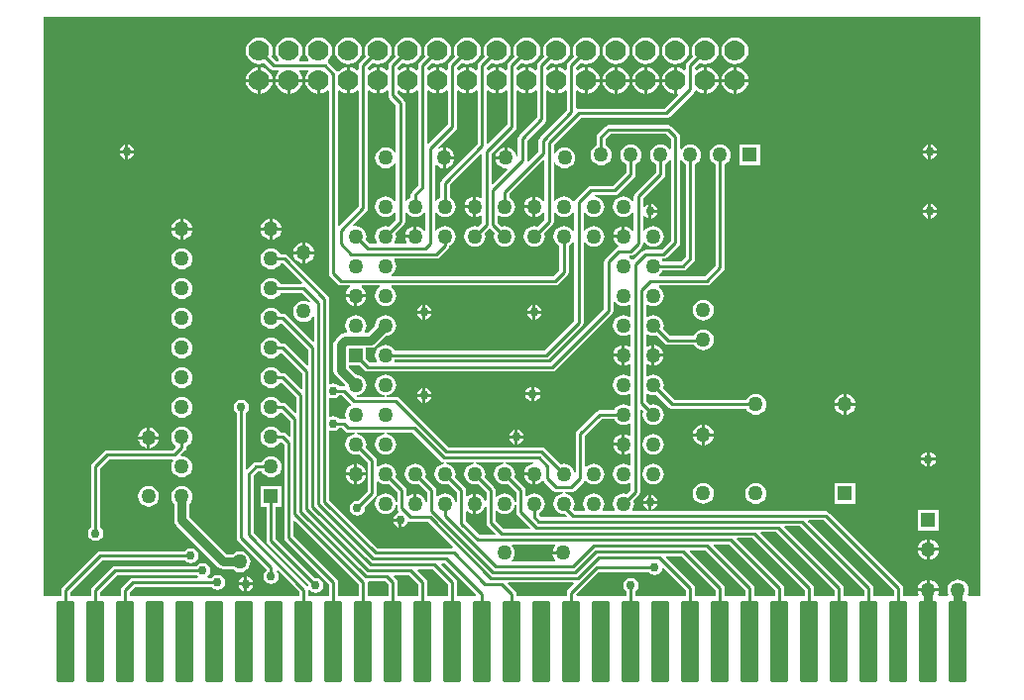
<source format=gtl>
G04 Layer_Physical_Order=1*
G04 Layer_Color=25308*
%FSLAX25Y25*%
%MOIN*%
G70*
G01*
G75*
G04:AMPARAMS|DCode=10|XSize=60mil|YSize=275mil|CornerRadius=6mil|HoleSize=0mil|Usage=FLASHONLY|Rotation=0.000|XOffset=0mil|YOffset=0mil|HoleType=Round|Shape=RoundedRectangle|*
%AMROUNDEDRECTD10*
21,1,0.06000,0.26300,0,0,0.0*
21,1,0.04800,0.27500,0,0,0.0*
1,1,0.01200,0.02400,-0.13150*
1,1,0.01200,-0.02400,-0.13150*
1,1,0.01200,-0.02400,0.13150*
1,1,0.01200,0.02400,0.13150*
%
%ADD10ROUNDEDRECTD10*%
%ADD11C,0.01000*%
%ADD12C,0.03000*%
%ADD13C,0.07000*%
%ADD14C,0.05000*%
%ADD15R,0.05000X0.05000*%
%ADD16R,0.05000X0.05000*%
%ADD17C,0.03000*%
G36*
X306047Y174971D02*
X305586Y174910D01*
X304735Y174557D01*
X304004Y173996D01*
X303443Y173265D01*
X303090Y172414D01*
X303036Y172000D01*
X306500D01*
Y171500D01*
X307000D01*
Y168036D01*
X307414Y168090D01*
X308265Y168443D01*
X308996Y169004D01*
X309156Y169212D01*
X309752Y169168D01*
X309919Y168919D01*
X312919Y165919D01*
X313415Y165587D01*
X314000Y165471D01*
X316015D01*
X316047Y164971D01*
X315586Y164910D01*
X314735Y164557D01*
X314004Y163996D01*
X313443Y163265D01*
X313090Y162414D01*
X312970Y161500D01*
X313090Y160586D01*
X313443Y159735D01*
X314004Y159004D01*
X314735Y158443D01*
X315586Y158090D01*
X316500Y157970D01*
X316825Y158012D01*
X317346Y157491D01*
X317154Y157029D01*
X308633D01*
X308029Y157633D01*
Y158345D01*
X308265Y158443D01*
X308996Y159004D01*
X309557Y159735D01*
X309910Y160586D01*
X310030Y161500D01*
X309910Y162414D01*
X309557Y163265D01*
X308996Y163996D01*
X308265Y164557D01*
X307414Y164910D01*
X306500Y165030D01*
X305586Y164910D01*
X304735Y164557D01*
X304029Y164016D01*
X303858Y164044D01*
X303529Y164156D01*
Y166000D01*
X303432Y166488D01*
X303413Y166585D01*
X303081Y167081D01*
X299812Y170351D01*
X299910Y170586D01*
X300030Y171500D01*
X299910Y172414D01*
X299557Y173265D01*
X298996Y173996D01*
X298265Y174557D01*
X297414Y174910D01*
X296953Y174971D01*
X296985Y175471D01*
X306015D01*
X306047Y174971D01*
D02*
G37*
G36*
X300471Y161015D02*
Y158672D01*
X300587Y158086D01*
X300919Y157590D01*
X305017Y153491D01*
X304826Y153029D01*
X296133D01*
X293429Y155734D01*
Y158931D01*
X293929Y159101D01*
X294004Y159004D01*
X294735Y158443D01*
X295586Y158090D01*
X296500Y157970D01*
X297414Y158090D01*
X298265Y158443D01*
X298996Y159004D01*
X299557Y159735D01*
X299910Y160586D01*
X299971Y161047D01*
X300471Y161015D01*
D02*
G37*
G36*
X242919Y185919D02*
X243415Y185587D01*
X244000Y185471D01*
X246015D01*
X246047Y184971D01*
X245586Y184910D01*
X244735Y184557D01*
X244004Y183996D01*
X243443Y183265D01*
X243090Y182414D01*
X242970Y181500D01*
X243090Y180586D01*
X243443Y179735D01*
X244004Y179004D01*
X244735Y178443D01*
X245586Y178090D01*
X246500Y177970D01*
X247414Y178090D01*
X247649Y178188D01*
X250471Y175366D01*
Y171985D01*
X250469Y171985D01*
Y171015D01*
X250471Y171015D01*
Y165633D01*
X247322Y162485D01*
X247000Y162549D01*
X246024Y162355D01*
X245198Y161802D01*
X244645Y160976D01*
X244451Y160000D01*
X244645Y159025D01*
X245198Y158198D01*
X246024Y157645D01*
X247000Y157451D01*
X247975Y157645D01*
X248802Y158198D01*
X249355Y159025D01*
X249549Y160000D01*
X249485Y160322D01*
X253081Y163919D01*
X253413Y164415D01*
X253529Y165000D01*
Y168844D01*
X253858Y168956D01*
X254029Y168984D01*
X254735Y168443D01*
X255586Y168090D01*
X256500Y167970D01*
X257414Y168090D01*
X257649Y168188D01*
X260471Y165366D01*
Y161985D01*
X259971Y161953D01*
X259910Y162414D01*
X259557Y163265D01*
X258996Y163996D01*
X258265Y164557D01*
X257414Y164910D01*
X256500Y165030D01*
X255586Y164910D01*
X254735Y164557D01*
X254004Y163996D01*
X253443Y163265D01*
X253090Y162414D01*
X252970Y161500D01*
X253090Y160586D01*
X253443Y159735D01*
X254004Y159004D01*
X254735Y158443D01*
X255586Y158090D01*
X256500Y157970D01*
X257414Y158090D01*
X258265Y158443D01*
X258996Y159004D01*
X259557Y159735D01*
X259910Y160586D01*
X259971Y161047D01*
X260471Y161015D01*
Y160000D01*
X260587Y159415D01*
X260919Y158919D01*
X260948Y158889D01*
X260803Y158410D01*
X260525Y158355D01*
X259698Y157802D01*
X259145Y156975D01*
X259050Y156500D01*
X261500D01*
Y156000D01*
X262000D01*
Y153551D01*
X262475Y153645D01*
X263302Y154198D01*
X263855Y155025D01*
X263932Y155410D01*
X264291Y155559D01*
X264474Y155575D01*
X265000Y155471D01*
X270710D01*
X279151Y147029D01*
X278944Y146529D01*
X253776D01*
X237529Y162776D01*
Y185946D01*
X237970Y186181D01*
X238024Y186145D01*
X239000Y185951D01*
X239976Y186145D01*
X240802Y186698D01*
X240985Y186971D01*
X241866D01*
X242919Y185919D01*
D02*
G37*
G36*
X334004Y229004D02*
X334735Y228443D01*
X335586Y228090D01*
X336500Y227970D01*
X337414Y228090D01*
X338265Y228443D01*
X338522Y228640D01*
X338971Y228419D01*
Y224581D01*
X338522Y224360D01*
X338265Y224557D01*
X337414Y224910D01*
X336500Y225030D01*
X335586Y224910D01*
X334735Y224557D01*
X334004Y223996D01*
X333443Y223265D01*
X333090Y222414D01*
X332970Y221500D01*
X333090Y220586D01*
X333443Y219735D01*
X334004Y219004D01*
X334735Y218443D01*
X335586Y218090D01*
X336500Y217970D01*
X337414Y218090D01*
X338265Y218443D01*
X338522Y218640D01*
X338971Y218419D01*
Y214581D01*
X338522Y214360D01*
X338265Y214557D01*
X337414Y214910D01*
X337000Y214964D01*
Y211500D01*
Y208036D01*
X337414Y208090D01*
X338265Y208443D01*
X338522Y208640D01*
X338971Y208419D01*
Y204581D01*
X338522Y204360D01*
X338265Y204557D01*
X337414Y204910D01*
X336500Y205030D01*
X335586Y204910D01*
X334735Y204557D01*
X334004Y203996D01*
X333443Y203265D01*
X333090Y202414D01*
X332970Y201500D01*
X333090Y200586D01*
X333443Y199735D01*
X334004Y199004D01*
X334735Y198443D01*
X335586Y198090D01*
X336500Y197970D01*
X337414Y198090D01*
X338265Y198443D01*
X338522Y198640D01*
X338971Y198419D01*
Y194581D01*
X338522Y194360D01*
X338265Y194557D01*
X337414Y194910D01*
X336500Y195030D01*
X335586Y194910D01*
X334735Y194557D01*
X334004Y193996D01*
X333443Y193265D01*
X333345Y193029D01*
X328500D01*
X327915Y192913D01*
X327419Y192581D01*
X320919Y186081D01*
X320587Y185585D01*
X320471Y185000D01*
Y171985D01*
X319971Y171953D01*
X319910Y172414D01*
X319557Y173265D01*
X318996Y173996D01*
X318265Y174557D01*
X317414Y174910D01*
X316500Y175030D01*
X315586Y174910D01*
X315351Y174812D01*
X310081Y180081D01*
X309585Y180413D01*
X309000Y180529D01*
X277634D01*
X261081Y197081D01*
X260585Y197413D01*
X260000Y197529D01*
X256985D01*
X256953Y198029D01*
X257414Y198090D01*
X258265Y198443D01*
X258996Y199004D01*
X259557Y199735D01*
X259910Y200586D01*
X260030Y201500D01*
X259910Y202414D01*
X259557Y203265D01*
X258996Y203996D01*
X258265Y204557D01*
X257414Y204910D01*
X256500Y205030D01*
X255586Y204910D01*
X254735Y204557D01*
X254004Y203996D01*
X253443Y203265D01*
X253090Y202414D01*
X252970Y201500D01*
X253090Y200586D01*
X253443Y199735D01*
X254004Y199004D01*
X254735Y198443D01*
X255586Y198090D01*
X256047Y198029D01*
X256015Y197529D01*
X246985D01*
X246953Y198029D01*
X247414Y198090D01*
X248265Y198443D01*
X248996Y199004D01*
X249557Y199735D01*
X249910Y200586D01*
X250030Y201500D01*
X249910Y202414D01*
X249557Y203265D01*
X248996Y203996D01*
X248265Y204557D01*
X247414Y204910D01*
X246586Y205019D01*
X244105Y207500D01*
X244184Y208000D01*
X247837D01*
X249419Y206419D01*
X249915Y206087D01*
X250012Y206068D01*
X250500Y205971D01*
X312500D01*
X313085Y206087D01*
X313581Y206419D01*
X332581Y225419D01*
X332913Y225915D01*
X333029Y226500D01*
Y229493D01*
X333529Y229622D01*
X334004Y229004D01*
D02*
G37*
G36*
X244738Y195099D02*
X244736Y194790D01*
X244689Y194552D01*
X244653Y194494D01*
X244004Y193996D01*
X243443Y193265D01*
X243090Y192414D01*
X242970Y191500D01*
X243090Y190586D01*
X243164Y190407D01*
X242805Y189969D01*
X242500Y190029D01*
X240985D01*
X240802Y190302D01*
X239976Y190855D01*
X239000Y191049D01*
X238024Y190855D01*
X237970Y190819D01*
X237529Y191054D01*
Y196946D01*
X237970Y197181D01*
X238024Y197145D01*
X239000Y196951D01*
X239976Y197145D01*
X240802Y197698D01*
X240985Y197971D01*
X241866D01*
X244738Y195099D01*
D02*
G37*
G36*
X357471Y132367D02*
Y130500D01*
X340529D01*
Y132015D01*
X340802Y132198D01*
X341355Y133025D01*
X341549Y134000D01*
X341355Y134976D01*
X340802Y135802D01*
X339976Y136355D01*
X339000Y136549D01*
X338024Y136355D01*
X337198Y135802D01*
X336645Y134976D01*
X336451Y134000D01*
X336645Y133025D01*
X337198Y132198D01*
X337471Y132015D01*
Y130500D01*
X320816D01*
X320648Y131000D01*
X328119Y138471D01*
X345015D01*
X345198Y138198D01*
X346024Y137645D01*
X347000Y137451D01*
X347975Y137645D01*
X348802Y138198D01*
X349355Y139024D01*
X349480Y139650D01*
X350022Y139815D01*
X357471Y132367D01*
D02*
G37*
G36*
X313546Y147421D02*
X313043Y146765D01*
X312690Y145914D01*
X312636Y145500D01*
X316100D01*
Y144500D01*
X312636D01*
X312690Y144086D01*
X313043Y143235D01*
X313584Y142529D01*
X313556Y142358D01*
X313444Y142029D01*
X299071D01*
X298959Y142358D01*
X298931Y142529D01*
X299472Y143235D01*
X299825Y144086D01*
X299945Y145000D01*
X299825Y145914D01*
X299472Y146765D01*
X298969Y147421D01*
X299100Y147921D01*
X313415D01*
X313546Y147421D01*
D02*
G37*
G36*
X296047Y174971D02*
X295586Y174910D01*
X294735Y174557D01*
X294004Y173996D01*
X293443Y173265D01*
X293090Y172414D01*
X292970Y171500D01*
X293090Y170586D01*
X293443Y169735D01*
X294004Y169004D01*
X294735Y168443D01*
X295586Y168090D01*
X296500Y167970D01*
X297414Y168090D01*
X297649Y168188D01*
X300471Y165366D01*
Y161985D01*
X299971Y161953D01*
X299910Y162414D01*
X299557Y163265D01*
X298996Y163996D01*
X298265Y164557D01*
X297414Y164910D01*
X296500Y165030D01*
X295586Y164910D01*
X294735Y164557D01*
X294004Y163996D01*
X293929Y163899D01*
X293429Y164069D01*
Y166100D01*
X293313Y166685D01*
X292981Y167181D01*
X289812Y170351D01*
X289910Y170586D01*
X290030Y171500D01*
X289910Y172414D01*
X289557Y173265D01*
X288996Y173996D01*
X288265Y174557D01*
X287414Y174910D01*
X286953Y174971D01*
X286985Y175471D01*
X296015D01*
X296047Y174971D01*
D02*
G37*
G36*
X264004Y259004D02*
X264735Y258443D01*
X265586Y258090D01*
X266500Y257970D01*
X267414Y258090D01*
X268265Y258443D01*
X268996Y259004D01*
X269471Y259622D01*
X269971Y259493D01*
Y253507D01*
X269471Y253378D01*
X268996Y253996D01*
X268265Y254557D01*
X267414Y254910D01*
X267000Y254964D01*
Y251500D01*
X266500D01*
Y251000D01*
X263036D01*
X263090Y250586D01*
X263443Y249735D01*
X263640Y249478D01*
X263419Y249029D01*
X259581D01*
X259360Y249478D01*
X259557Y249735D01*
X259910Y250586D01*
X260030Y251500D01*
X259910Y252414D01*
X259812Y252649D01*
X262581Y255419D01*
X262913Y255915D01*
X263029Y256500D01*
Y259493D01*
X263529Y259622D01*
X264004Y259004D01*
D02*
G37*
G36*
X352471Y276993D02*
Y250133D01*
X349366Y247029D01*
X344000D01*
X343415Y246913D01*
X342919Y246581D01*
X339933Y243596D01*
X339270Y243640D01*
X338996Y243996D01*
X338378Y244471D01*
X338507Y244971D01*
X339000D01*
X339585Y245087D01*
X340081Y245419D01*
X342581Y247919D01*
X342913Y248415D01*
X342932Y248512D01*
X343029Y249000D01*
Y249493D01*
X343529Y249622D01*
X344004Y249004D01*
X344735Y248443D01*
X345586Y248090D01*
X346500Y247970D01*
X347414Y248090D01*
X348265Y248443D01*
X348996Y249004D01*
X349557Y249735D01*
X349910Y250586D01*
X350030Y251500D01*
X349910Y252414D01*
X349557Y253265D01*
X348996Y253996D01*
X348265Y254557D01*
X347414Y254910D01*
X346500Y255030D01*
X345586Y254910D01*
X344735Y254557D01*
X344004Y253996D01*
X343529Y253378D01*
X343029Y253507D01*
Y258298D01*
X343529Y258449D01*
X343698Y258198D01*
X344525Y257645D01*
X345000Y257551D01*
Y260000D01*
Y262450D01*
X344525Y262355D01*
X343698Y261802D01*
X343529Y261551D01*
X343029Y261702D01*
Y264367D01*
X350081Y271419D01*
X350413Y271915D01*
X350529Y272500D01*
Y275845D01*
X350765Y275943D01*
X351496Y276504D01*
X351971Y277122D01*
X352471Y276993D01*
D02*
G37*
G36*
X275090Y175919D02*
X275586Y175587D01*
X276172Y175471D01*
X276142Y174983D01*
X275586Y174910D01*
X274735Y174557D01*
X274004Y173996D01*
X273443Y173265D01*
X273090Y172414D01*
X272970Y171500D01*
X273090Y170586D01*
X273443Y169735D01*
X274004Y169004D01*
X274735Y168443D01*
X275586Y168090D01*
X276500Y167970D01*
X277414Y168090D01*
X277649Y168188D01*
X280471Y165366D01*
Y161985D01*
X279971Y161953D01*
X279910Y162414D01*
X279557Y163265D01*
X278996Y163996D01*
X278265Y164557D01*
X277414Y164910D01*
X276500Y165030D01*
X275586Y164910D01*
X274735Y164557D01*
X274029Y164016D01*
X273858Y164044D01*
X273529Y164156D01*
Y166000D01*
X273432Y166488D01*
X273413Y166585D01*
X273081Y167081D01*
X269812Y170351D01*
X269910Y170586D01*
X270030Y171500D01*
X269910Y172414D01*
X269557Y173265D01*
X268996Y173996D01*
X268265Y174557D01*
X267414Y174910D01*
X266500Y175030D01*
X265586Y174910D01*
X264735Y174557D01*
X264004Y173996D01*
X263443Y173265D01*
X263090Y172414D01*
X262970Y171500D01*
X263090Y170586D01*
X263443Y169735D01*
X264004Y169004D01*
X264735Y168443D01*
X265586Y168090D01*
X266500Y167970D01*
X267414Y168090D01*
X267649Y168188D01*
X270471Y165366D01*
Y161985D01*
X269971Y161953D01*
X269910Y162414D01*
X269557Y163265D01*
X268996Y163996D01*
X268265Y164557D01*
X267414Y164910D01*
X267000Y164964D01*
Y161500D01*
X266000D01*
Y164964D01*
X265586Y164910D01*
X264735Y164557D01*
X264029Y164016D01*
X263858Y164044D01*
X263529Y164156D01*
Y166000D01*
X263432Y166488D01*
X263413Y166585D01*
X263081Y167081D01*
X259812Y170351D01*
X259910Y170586D01*
X260030Y171500D01*
X259910Y172414D01*
X259557Y173265D01*
X258996Y173996D01*
X258265Y174557D01*
X257414Y174910D01*
X256500Y175030D01*
X255586Y174910D01*
X254735Y174557D01*
X254029Y174016D01*
X253858Y174044D01*
X253529Y174156D01*
Y176000D01*
X253432Y176488D01*
X253413Y176585D01*
X253081Y177081D01*
X249812Y180351D01*
X249910Y180586D01*
X250030Y181500D01*
X249910Y182414D01*
X249557Y183265D01*
X248996Y183996D01*
X248265Y184557D01*
X247414Y184910D01*
X246953Y184971D01*
X246985Y185471D01*
X256015D01*
X256047Y184971D01*
X255586Y184910D01*
X254735Y184557D01*
X254004Y183996D01*
X253443Y183265D01*
X253090Y182414D01*
X252970Y181500D01*
X253090Y180586D01*
X253443Y179735D01*
X254004Y179004D01*
X254735Y178443D01*
X255586Y178090D01*
X256500Y177970D01*
X257414Y178090D01*
X258265Y178443D01*
X258996Y179004D01*
X259557Y179735D01*
X259910Y180586D01*
X260030Y181500D01*
X259910Y182414D01*
X259557Y183265D01*
X258996Y183996D01*
X258265Y184557D01*
X257414Y184910D01*
X256953Y184971D01*
X256985Y185471D01*
X265538D01*
X275090Y175919D01*
D02*
G37*
G36*
X356504Y276504D02*
X357235Y275943D01*
X357471Y275845D01*
Y244634D01*
X355867Y243029D01*
X349655D01*
X349557Y243265D01*
X349360Y243522D01*
X349581Y243971D01*
X350000D01*
X350585Y244087D01*
X351081Y244419D01*
X355081Y248419D01*
X355413Y248915D01*
X355432Y249012D01*
X355529Y249500D01*
Y276993D01*
X356029Y277122D01*
X356504Y276504D01*
D02*
G37*
G36*
X286047Y174971D02*
X285586Y174910D01*
X284735Y174557D01*
X284004Y173996D01*
X283443Y173265D01*
X283090Y172414D01*
X282970Y171500D01*
X283090Y170586D01*
X283443Y169735D01*
X284004Y169004D01*
X284735Y168443D01*
X285586Y168090D01*
X286500Y167970D01*
X287414Y168090D01*
X287649Y168188D01*
X290371Y165466D01*
Y162608D01*
X289871Y162509D01*
X289557Y163265D01*
X288996Y163996D01*
X288265Y164557D01*
X287414Y164910D01*
X287000Y164964D01*
Y161500D01*
Y158036D01*
X287414Y158090D01*
X288265Y158443D01*
X288996Y159004D01*
X289557Y159735D01*
X289871Y160491D01*
X290371Y160392D01*
Y155100D01*
X290487Y154515D01*
X290819Y154019D01*
X293396Y151441D01*
X293204Y150979D01*
X288012D01*
X283529Y155462D01*
Y158844D01*
X283858Y158956D01*
X284029Y158984D01*
X284735Y158443D01*
X285586Y158090D01*
X286000Y158036D01*
Y161500D01*
Y164964D01*
X285586Y164910D01*
X284735Y164557D01*
X284029Y164016D01*
X283858Y164044D01*
X283529Y164156D01*
Y166000D01*
X283432Y166488D01*
X283413Y166585D01*
X283081Y167081D01*
X279812Y170351D01*
X279910Y170586D01*
X280030Y171500D01*
X279910Y172414D01*
X279557Y173265D01*
X278996Y173996D01*
X278265Y174557D01*
X277414Y174910D01*
X276953Y174971D01*
X276985Y175471D01*
X286015D01*
X286047Y174971D01*
D02*
G37*
G36*
X333443Y189735D02*
X334004Y189004D01*
X334735Y188443D01*
X335586Y188090D01*
X336500Y187970D01*
X337414Y188090D01*
X338265Y188443D01*
X338522Y188640D01*
X338971Y188419D01*
Y184581D01*
X338522Y184360D01*
X338265Y184557D01*
X337414Y184910D01*
X337000Y184964D01*
Y181500D01*
Y178036D01*
X337414Y178090D01*
X338265Y178443D01*
X338522Y178640D01*
X338971Y178419D01*
Y174581D01*
X338522Y174360D01*
X338265Y174557D01*
X337414Y174910D01*
X336500Y175030D01*
X335586Y174910D01*
X334735Y174557D01*
X334004Y173996D01*
X333443Y173265D01*
X333090Y172414D01*
X332970Y171500D01*
X333090Y170586D01*
X333443Y169735D01*
X334004Y169004D01*
X334735Y168443D01*
X335586Y168090D01*
X336500Y167970D01*
X337414Y168090D01*
X338265Y168443D01*
X338522Y168640D01*
X338971Y168419D01*
Y166133D01*
X337649Y164812D01*
X337414Y164910D01*
X336500Y165030D01*
X335586Y164910D01*
X334735Y164557D01*
X334004Y163996D01*
X333443Y163265D01*
X333090Y162414D01*
X332970Y161500D01*
X333090Y160586D01*
X333443Y159735D01*
X333640Y159478D01*
X333419Y159029D01*
X329581D01*
X329360Y159478D01*
X329557Y159735D01*
X329910Y160586D01*
X330030Y161500D01*
X329910Y162414D01*
X329557Y163265D01*
X328996Y163996D01*
X328265Y164557D01*
X327414Y164910D01*
X326500Y165030D01*
X325586Y164910D01*
X324735Y164557D01*
X324004Y163996D01*
X323443Y163265D01*
X323090Y162414D01*
X322970Y161500D01*
X323090Y160586D01*
X323443Y159735D01*
X323640Y159478D01*
X323419Y159029D01*
X320133D01*
X319501Y159662D01*
X319557Y159735D01*
X319910Y160586D01*
X320030Y161500D01*
X319910Y162414D01*
X319557Y163265D01*
X318996Y163996D01*
X318265Y164557D01*
X317414Y164910D01*
X316953Y164971D01*
X316985Y165471D01*
X319000D01*
X319585Y165587D01*
X320081Y165919D01*
X323081Y168919D01*
X323248Y169168D01*
X323844Y169212D01*
X324004Y169004D01*
X324735Y168443D01*
X325586Y168090D01*
X326500Y167970D01*
X327414Y168090D01*
X328265Y168443D01*
X328996Y169004D01*
X329557Y169735D01*
X329910Y170586D01*
X330030Y171500D01*
X329910Y172414D01*
X329557Y173265D01*
X328996Y173996D01*
X328265Y174557D01*
X327414Y174910D01*
X326500Y175030D01*
X325586Y174910D01*
X324735Y174557D01*
X324029Y174016D01*
X323858Y174044D01*
X323529Y174156D01*
Y184367D01*
X329134Y189971D01*
X333345D01*
X333443Y189735D01*
D02*
G37*
G36*
X288971Y279154D02*
Y264581D01*
X288522Y264360D01*
X288265Y264557D01*
X287414Y264910D01*
X287000Y264964D01*
Y261500D01*
Y258036D01*
X287414Y258090D01*
X288265Y258443D01*
X288522Y258640D01*
X288971Y258419D01*
Y256134D01*
X287649Y254812D01*
X287414Y254910D01*
X286500Y255030D01*
X285586Y254910D01*
X284735Y254557D01*
X284004Y253996D01*
X283443Y253265D01*
X283090Y252414D01*
X282970Y251500D01*
X283090Y250586D01*
X283443Y249735D01*
X284004Y249004D01*
X284735Y248443D01*
X285586Y248090D01*
X286500Y247970D01*
X287414Y248090D01*
X288265Y248443D01*
X288996Y249004D01*
X289557Y249735D01*
X289910Y250586D01*
X290030Y251500D01*
X289910Y252414D01*
X289812Y252649D01*
X291500Y254337D01*
X293188Y252649D01*
X293090Y252414D01*
X292970Y251500D01*
X293090Y250586D01*
X293443Y249735D01*
X294004Y249004D01*
X294735Y248443D01*
X295586Y248090D01*
X296500Y247970D01*
X297414Y248090D01*
X298265Y248443D01*
X298996Y249004D01*
X299557Y249735D01*
X299910Y250586D01*
X300030Y251500D01*
X299910Y252414D01*
X299557Y253265D01*
X298996Y253996D01*
X298265Y254557D01*
X297414Y254910D01*
X296500Y255030D01*
X295586Y254910D01*
X295351Y254812D01*
X294029Y256134D01*
Y258419D01*
X294478Y258640D01*
X294735Y258443D01*
X295586Y258090D01*
X296500Y257970D01*
X297414Y258090D01*
X298265Y258443D01*
X298996Y259004D01*
X299557Y259735D01*
X299910Y260586D01*
X300030Y261500D01*
X299910Y262414D01*
X299557Y263265D01*
X298996Y263996D01*
X298265Y264557D01*
X298029Y264655D01*
Y265866D01*
X309509Y277346D01*
X309971Y277154D01*
Y263507D01*
X309471Y263378D01*
X308996Y263996D01*
X308265Y264557D01*
X307414Y264910D01*
X307000Y264964D01*
Y261500D01*
Y258036D01*
X307414Y258090D01*
X308265Y258443D01*
X308996Y259004D01*
X309471Y259622D01*
X309971Y259493D01*
Y257134D01*
X307649Y254812D01*
X307414Y254910D01*
X306500Y255030D01*
X305586Y254910D01*
X304735Y254557D01*
X304004Y253996D01*
X303443Y253265D01*
X303090Y252414D01*
X302970Y251500D01*
X303090Y250586D01*
X303443Y249735D01*
X304004Y249004D01*
X304735Y248443D01*
X305586Y248090D01*
X306500Y247970D01*
X307414Y248090D01*
X308265Y248443D01*
X308996Y249004D01*
X309557Y249735D01*
X309910Y250586D01*
X310030Y251500D01*
X309910Y252414D01*
X309812Y252649D01*
X312581Y255419D01*
X312913Y255915D01*
X313029Y256500D01*
Y259493D01*
X313529Y259622D01*
X314004Y259004D01*
X314735Y258443D01*
X315586Y258090D01*
X316500Y257970D01*
X317414Y258090D01*
X318265Y258443D01*
X318996Y259004D01*
X319471Y259622D01*
X319971Y259493D01*
Y253507D01*
X319471Y253378D01*
X318996Y253996D01*
X318265Y254557D01*
X317414Y254910D01*
X316500Y255030D01*
X315586Y254910D01*
X314735Y254557D01*
X314004Y253996D01*
X313443Y253265D01*
X313090Y252414D01*
X312970Y251500D01*
X313090Y250586D01*
X313443Y249735D01*
X314004Y249004D01*
X314735Y248443D01*
X314971Y248345D01*
Y240134D01*
X312866Y238029D01*
X258507D01*
X258378Y238529D01*
X258996Y239004D01*
X259557Y239735D01*
X259910Y240586D01*
X260030Y241500D01*
X259910Y242414D01*
X259557Y243265D01*
X259360Y243522D01*
X259581Y243971D01*
X273500D01*
X274085Y244087D01*
X274581Y244419D01*
X277581Y247419D01*
X277913Y247915D01*
X277996Y248331D01*
X278265Y248443D01*
X278996Y249004D01*
X279557Y249735D01*
X279910Y250586D01*
X280030Y251500D01*
X279910Y252414D01*
X279557Y253265D01*
X278996Y253996D01*
X278265Y254557D01*
X277414Y254910D01*
X276500Y255030D01*
X275586Y254910D01*
X274735Y254557D01*
X274004Y253996D01*
X273529Y253378D01*
X273029Y253507D01*
Y259493D01*
X273529Y259622D01*
X274004Y259004D01*
X274735Y258443D01*
X275586Y258090D01*
X276500Y257970D01*
X277414Y258090D01*
X278265Y258443D01*
X278996Y259004D01*
X279557Y259735D01*
X279910Y260586D01*
X280030Y261500D01*
X279910Y262414D01*
X279557Y263265D01*
X278996Y263996D01*
X278265Y264557D01*
X278029Y264655D01*
Y268866D01*
X288509Y279346D01*
X288971Y279154D01*
D02*
G37*
G36*
X367471Y132367D02*
Y130500D01*
X360529D01*
Y133000D01*
X360413Y133585D01*
X360081Y134081D01*
X350704Y143459D01*
X350896Y143921D01*
X355917D01*
X367471Y132367D01*
D02*
G37*
G36*
X319831Y134509D02*
X317919Y132596D01*
X317587Y132100D01*
X317471Y131515D01*
Y130500D01*
X300529D01*
Y131000D01*
X300413Y131585D01*
X300081Y132081D01*
X297654Y134509D01*
X297846Y134971D01*
X319640D01*
X319831Y134509D01*
D02*
G37*
G36*
X286875Y130962D02*
X286684Y130500D01*
X280529D01*
Y135000D01*
X280413Y135585D01*
X280081Y136081D01*
X275154Y141009D01*
X275346Y141471D01*
X276366D01*
X286875Y130962D01*
D02*
G37*
G36*
X397471Y132367D02*
Y130500D01*
X390529D01*
Y133000D01*
X390413Y133585D01*
X390081Y134081D01*
X374654Y149509D01*
X374846Y149971D01*
X379867D01*
X397471Y132367D01*
D02*
G37*
G36*
X387471D02*
Y130500D01*
X380529D01*
Y133000D01*
X380413Y133585D01*
X380081Y134081D01*
X366704Y147459D01*
X366896Y147921D01*
X371917D01*
X387471Y132367D01*
D02*
G37*
G36*
X377471D02*
Y130500D01*
X370529D01*
Y133000D01*
X370413Y133585D01*
X370081Y134081D01*
X358704Y145459D01*
X358896Y145921D01*
X363916D01*
X377471Y132367D01*
D02*
G37*
G36*
X247471Y134367D02*
Y130500D01*
X240529D01*
Y135000D01*
X240413Y135585D01*
X240081Y136081D01*
X225529Y150634D01*
Y155654D01*
X225991Y155846D01*
X247471Y134367D01*
D02*
G37*
G36*
X456500Y130500D02*
X452476D01*
X452167Y131000D01*
X452410Y131586D01*
X452530Y132500D01*
X452410Y133414D01*
X452057Y134265D01*
X451496Y134996D01*
X450765Y135557D01*
X449914Y135910D01*
X449000Y136030D01*
X448086Y135910D01*
X447235Y135557D01*
X446504Y134996D01*
X445943Y134265D01*
X445590Y133414D01*
X445470Y132500D01*
X445590Y131586D01*
X445833Y131000D01*
X445524Y130500D01*
X442476D01*
X442167Y131000D01*
X442410Y131586D01*
X442464Y132000D01*
X435536D01*
X435590Y131586D01*
X435833Y131000D01*
X435524Y130500D01*
X430529D01*
Y133000D01*
X430413Y133585D01*
X430081Y134081D01*
X405581Y158581D01*
X405085Y158913D01*
X404500Y159029D01*
X345943D01*
X345942Y159040D01*
X345058D01*
X345057Y159029D01*
X339581D01*
X339360Y159478D01*
X339557Y159735D01*
X339910Y160586D01*
X340030Y161500D01*
X339910Y162414D01*
X339812Y162649D01*
X341581Y164419D01*
X341913Y164915D01*
X341932Y165012D01*
X342029Y165500D01*
Y193154D01*
X342491Y193346D01*
X343188Y192649D01*
X343090Y192414D01*
X342970Y191500D01*
X343090Y190586D01*
X343443Y189735D01*
X344004Y189004D01*
X344735Y188443D01*
X345586Y188090D01*
X346500Y187970D01*
X347414Y188090D01*
X348265Y188443D01*
X348996Y189004D01*
X349557Y189735D01*
X349910Y190586D01*
X350030Y191500D01*
X349910Y192414D01*
X349557Y193265D01*
X348996Y193996D01*
X348265Y194557D01*
X347414Y194910D01*
X346500Y195030D01*
X345586Y194910D01*
X345351Y194812D01*
X344029Y196133D01*
Y198419D01*
X344478Y198640D01*
X344735Y198443D01*
X345586Y198090D01*
X346500Y197970D01*
X347414Y198090D01*
X347649Y198188D01*
X351919Y193919D01*
X352415Y193587D01*
X353000Y193471D01*
X377845D01*
X377943Y193235D01*
X378504Y192504D01*
X379235Y191943D01*
X380086Y191590D01*
X381000Y191470D01*
X381914Y191590D01*
X382765Y191943D01*
X383496Y192504D01*
X384057Y193235D01*
X384410Y194086D01*
X384530Y195000D01*
X384410Y195914D01*
X384057Y196765D01*
X383496Y197496D01*
X382765Y198057D01*
X381914Y198410D01*
X381000Y198530D01*
X380086Y198410D01*
X379235Y198057D01*
X378504Y197496D01*
X377943Y196765D01*
X377845Y196529D01*
X353633D01*
X349812Y200351D01*
X349910Y200586D01*
X350030Y201500D01*
X349910Y202414D01*
X349557Y203265D01*
X348996Y203996D01*
X348265Y204557D01*
X347414Y204910D01*
X346500Y205030D01*
X345586Y204910D01*
X344735Y204557D01*
X344478Y204360D01*
X344029Y204581D01*
Y208419D01*
X344478Y208640D01*
X344735Y208443D01*
X345586Y208090D01*
X346000Y208036D01*
Y211500D01*
Y214964D01*
X345586Y214910D01*
X344735Y214557D01*
X344478Y214360D01*
X344029Y214581D01*
Y218419D01*
X344478Y218640D01*
X344735Y218443D01*
X345586Y218090D01*
X346500Y217970D01*
X347414Y218090D01*
X347649Y218188D01*
X350419Y215419D01*
X350915Y215087D01*
X351500Y214971D01*
X360228D01*
X360243Y214935D01*
X360804Y214204D01*
X361535Y213643D01*
X362386Y213290D01*
X363300Y213170D01*
X364214Y213290D01*
X365065Y213643D01*
X365796Y214204D01*
X366357Y214935D01*
X366710Y215786D01*
X366830Y216700D01*
X366710Y217614D01*
X366357Y218465D01*
X365796Y219196D01*
X365065Y219757D01*
X364214Y220110D01*
X363300Y220230D01*
X362386Y220110D01*
X361535Y219757D01*
X360804Y219196D01*
X360243Y218465D01*
X360062Y218029D01*
X352133D01*
X349812Y220351D01*
X349910Y220586D01*
X350030Y221500D01*
X349910Y222414D01*
X349557Y223265D01*
X348996Y223996D01*
X348265Y224557D01*
X347414Y224910D01*
X346500Y225030D01*
X345586Y224910D01*
X344735Y224557D01*
X344478Y224360D01*
X344029Y224581D01*
Y228419D01*
X344478Y228640D01*
X344735Y228443D01*
X345586Y228090D01*
X346500Y227970D01*
X347414Y228090D01*
X348265Y228443D01*
X348996Y229004D01*
X349557Y229735D01*
X349910Y230586D01*
X350030Y231500D01*
X349910Y232414D01*
X349557Y233265D01*
X348996Y233996D01*
X348378Y234471D01*
X348507Y234971D01*
X364500D01*
X365085Y235087D01*
X365581Y235419D01*
X370081Y239919D01*
X370413Y240415D01*
X370529Y241000D01*
Y275845D01*
X370765Y275943D01*
X371496Y276504D01*
X372057Y277235D01*
X372410Y278086D01*
X372530Y279000D01*
X372410Y279914D01*
X372057Y280765D01*
X371496Y281496D01*
X370765Y282057D01*
X369914Y282410D01*
X369000Y282530D01*
X368086Y282410D01*
X367235Y282057D01*
X366504Y281496D01*
X365943Y280765D01*
X365590Y279914D01*
X365470Y279000D01*
X365590Y278086D01*
X365943Y277235D01*
X366504Y276504D01*
X367235Y275943D01*
X367471Y275845D01*
Y241634D01*
X363866Y238029D01*
X348507D01*
X348378Y238529D01*
X348996Y239004D01*
X349557Y239735D01*
X349655Y239971D01*
X356500D01*
X357085Y240087D01*
X357581Y240419D01*
X360081Y242919D01*
X360413Y243415D01*
X360432Y243512D01*
X360529Y244000D01*
Y275845D01*
X360765Y275943D01*
X361496Y276504D01*
X362057Y277235D01*
X362410Y278086D01*
X362530Y279000D01*
X362410Y279914D01*
X362057Y280765D01*
X361496Y281496D01*
X360765Y282057D01*
X359914Y282410D01*
X359000Y282530D01*
X358086Y282410D01*
X357235Y282057D01*
X356504Y281496D01*
X356029Y280878D01*
X355529Y281007D01*
Y285000D01*
X355432Y285488D01*
X355413Y285585D01*
X355081Y286081D01*
X352581Y288581D01*
X352085Y288913D01*
X351500Y289029D01*
X331500D01*
X331012Y288932D01*
X330915Y288913D01*
X330419Y288581D01*
X327919Y286081D01*
X327587Y285585D01*
X327471Y285000D01*
Y282155D01*
X327235Y282057D01*
X326504Y281496D01*
X325943Y280765D01*
X325590Y279914D01*
X325470Y279000D01*
X325590Y278086D01*
X325943Y277235D01*
X326504Y276504D01*
X327235Y275943D01*
X328086Y275590D01*
X329000Y275470D01*
X329914Y275590D01*
X330765Y275943D01*
X331496Y276504D01*
X332057Y277235D01*
X332410Y278086D01*
X332530Y279000D01*
X332410Y279914D01*
X332057Y280765D01*
X331496Y281496D01*
X330765Y282057D01*
X330529Y282155D01*
Y284366D01*
X332134Y285971D01*
X350867D01*
X352471Y284366D01*
Y281007D01*
X351971Y280878D01*
X351496Y281496D01*
X350765Y282057D01*
X349914Y282410D01*
X349000Y282530D01*
X348086Y282410D01*
X347235Y282057D01*
X346504Y281496D01*
X345943Y280765D01*
X345590Y279914D01*
X345470Y279000D01*
X345590Y278086D01*
X345943Y277235D01*
X346504Y276504D01*
X347235Y275943D01*
X347471Y275845D01*
Y273133D01*
X340419Y266081D01*
X340087Y265585D01*
X339971Y265000D01*
Y263507D01*
X339471Y263378D01*
X338996Y263996D01*
X338265Y264557D01*
X337414Y264910D01*
X336500Y265030D01*
X335586Y264910D01*
X334735Y264557D01*
X334004Y263996D01*
X333443Y263265D01*
X333090Y262414D01*
X332970Y261500D01*
X333090Y260586D01*
X333443Y259735D01*
X334004Y259004D01*
X334735Y258443D01*
X335586Y258090D01*
X336500Y257970D01*
X337414Y258090D01*
X338265Y258443D01*
X338996Y259004D01*
X339471Y259622D01*
X339971Y259493D01*
Y253507D01*
X339471Y253378D01*
X338996Y253996D01*
X338265Y254557D01*
X337414Y254910D01*
X337000Y254964D01*
Y251500D01*
X336500D01*
Y251000D01*
X333036D01*
X333090Y250586D01*
X333443Y249735D01*
X334004Y249004D01*
X334690Y248478D01*
X334697Y248290D01*
X334612Y247952D01*
X334415Y247913D01*
X333919Y247581D01*
X330419Y244081D01*
X330087Y243585D01*
X329971Y243000D01*
Y227133D01*
X311866Y209029D01*
X259581D01*
X259360Y209478D01*
X259557Y209735D01*
X259655Y209971D01*
X310500D01*
X311085Y210087D01*
X311581Y210419D01*
X322581Y221419D01*
X322913Y221915D01*
X323029Y222500D01*
Y249493D01*
X323529Y249622D01*
X324004Y249004D01*
X324735Y248443D01*
X325586Y248090D01*
X326500Y247970D01*
X327414Y248090D01*
X328265Y248443D01*
X328996Y249004D01*
X329557Y249735D01*
X329910Y250586D01*
X330030Y251500D01*
X329910Y252414D01*
X329557Y253265D01*
X328996Y253996D01*
X328265Y254557D01*
X327414Y254910D01*
X326500Y255030D01*
X325586Y254910D01*
X324735Y254557D01*
X324004Y253996D01*
X323529Y253378D01*
X323029Y253507D01*
Y259493D01*
X323529Y259622D01*
X324004Y259004D01*
X324735Y258443D01*
X325586Y258090D01*
X326500Y257970D01*
X327414Y258090D01*
X328265Y258443D01*
X328996Y259004D01*
X329557Y259735D01*
X329910Y260586D01*
X330030Y261500D01*
X329910Y262414D01*
X329557Y263265D01*
X328996Y263996D01*
X328265Y264557D01*
X327414Y264910D01*
X326953Y264971D01*
X326985Y265471D01*
X333500D01*
X334085Y265587D01*
X334581Y265919D01*
X340081Y271419D01*
X340413Y271915D01*
X340432Y272012D01*
X340529Y272500D01*
Y275845D01*
X340765Y275943D01*
X341496Y276504D01*
X342057Y277235D01*
X342410Y278086D01*
X342530Y279000D01*
X342410Y279914D01*
X342057Y280765D01*
X341496Y281496D01*
X340765Y282057D01*
X339914Y282410D01*
X339000Y282530D01*
X338086Y282410D01*
X337235Y282057D01*
X336504Y281496D01*
X335943Y280765D01*
X335590Y279914D01*
X335470Y279000D01*
X335590Y278086D01*
X335943Y277235D01*
X336504Y276504D01*
X337235Y275943D01*
X337471Y275845D01*
Y273133D01*
X332867Y268529D01*
X325500D01*
X325012Y268432D01*
X324915Y268413D01*
X324419Y268081D01*
X320419Y264081D01*
X320087Y263585D01*
X320048Y263388D01*
X319710Y263303D01*
X319523Y263310D01*
X318996Y263996D01*
X318265Y264557D01*
X317414Y264910D01*
X316500Y265030D01*
X315586Y264910D01*
X314735Y264557D01*
X314004Y263996D01*
X313529Y263378D01*
X313029Y263507D01*
Y276373D01*
X313529Y276472D01*
X313628Y276235D01*
X314189Y275504D01*
X314920Y274943D01*
X315771Y274590D01*
X316685Y274470D01*
X317599Y274590D01*
X318450Y274943D01*
X319181Y275504D01*
X319742Y276235D01*
X320095Y277086D01*
X320215Y278000D01*
X320095Y278914D01*
X319742Y279765D01*
X319181Y280496D01*
X318450Y281057D01*
X317599Y281410D01*
X316685Y281530D01*
X315771Y281410D01*
X314920Y281057D01*
X314189Y280496D01*
X313628Y279765D01*
X313529Y279527D01*
X313029Y279627D01*
Y282366D01*
X322133Y291471D01*
X351000D01*
X351585Y291587D01*
X352081Y291919D01*
X360081Y299919D01*
X360413Y300415D01*
X360424Y300469D01*
X360464Y300504D01*
X360970Y300653D01*
X361731Y300069D01*
X362825Y299616D01*
X363500Y299527D01*
Y304000D01*
Y308473D01*
X362825Y308384D01*
X361731Y307931D01*
X361029Y307393D01*
X360529Y307639D01*
Y308366D01*
X362085Y309922D01*
X362825Y309616D01*
X364000Y309461D01*
X365175Y309616D01*
X366269Y310069D01*
X367209Y310791D01*
X367931Y311731D01*
X368384Y312825D01*
X368539Y314000D01*
X368384Y315175D01*
X367931Y316269D01*
X367209Y317209D01*
X366269Y317931D01*
X365175Y318384D01*
X364000Y318539D01*
X362825Y318384D01*
X361731Y317931D01*
X360791Y317209D01*
X360069Y316269D01*
X359616Y315175D01*
X359461Y314000D01*
X359616Y312825D01*
X359922Y312085D01*
X357919Y310081D01*
X357587Y309585D01*
X357471Y309000D01*
Y307639D01*
X356971Y307393D01*
X356269Y307931D01*
X355175Y308384D01*
X354500Y308473D01*
Y304000D01*
Y299527D01*
X354681Y299551D01*
X354914Y299077D01*
X350366Y294529D01*
X321500D01*
X321029Y294436D01*
X320529Y294711D01*
Y300361D01*
X321029Y300607D01*
X321731Y300069D01*
X322825Y299616D01*
X323500Y299527D01*
Y304000D01*
Y308473D01*
X322825Y308384D01*
X321731Y307931D01*
X321029Y307393D01*
X320529Y307639D01*
Y308366D01*
X322085Y309922D01*
X322825Y309616D01*
X324000Y309461D01*
X325175Y309616D01*
X326269Y310069D01*
X327209Y310791D01*
X327931Y311731D01*
X328384Y312825D01*
X328539Y314000D01*
X328384Y315175D01*
X327931Y316269D01*
X327209Y317209D01*
X326269Y317931D01*
X325175Y318384D01*
X324000Y318539D01*
X322825Y318384D01*
X321731Y317931D01*
X320791Y317209D01*
X320069Y316269D01*
X319616Y315175D01*
X319461Y314000D01*
X319616Y312825D01*
X319922Y312085D01*
X317919Y310081D01*
X317587Y309585D01*
X317471Y309000D01*
Y307639D01*
X316971Y307393D01*
X316269Y307931D01*
X315175Y308384D01*
X314500Y308473D01*
Y304000D01*
Y299527D01*
X315175Y299616D01*
X316269Y300069D01*
X316971Y300607D01*
X317471Y300361D01*
Y293962D01*
X308419Y284910D01*
X308087Y284414D01*
X307971Y283828D01*
Y280134D01*
X304465Y276628D01*
X304004Y276874D01*
X304029Y277000D01*
Y283867D01*
X310081Y289919D01*
X310413Y290415D01*
X310529Y291000D01*
Y300361D01*
X311029Y300607D01*
X311731Y300069D01*
X312825Y299616D01*
X313500Y299527D01*
Y304000D01*
Y308473D01*
X312825Y308384D01*
X311731Y307931D01*
X311029Y307393D01*
X310529Y307639D01*
Y308366D01*
X312085Y309922D01*
X312825Y309616D01*
X314000Y309461D01*
X315175Y309616D01*
X316269Y310069D01*
X317209Y310791D01*
X317931Y311731D01*
X318384Y312825D01*
X318539Y314000D01*
X318384Y315175D01*
X317931Y316269D01*
X317209Y317209D01*
X316269Y317931D01*
X315175Y318384D01*
X314000Y318539D01*
X312825Y318384D01*
X311731Y317931D01*
X310791Y317209D01*
X310069Y316269D01*
X309616Y315175D01*
X309461Y314000D01*
X309616Y312825D01*
X309922Y312085D01*
X307919Y310081D01*
X307587Y309585D01*
X307471Y309000D01*
Y307639D01*
X306971Y307393D01*
X306269Y307931D01*
X305175Y308384D01*
X304500Y308473D01*
Y304000D01*
Y299527D01*
X305175Y299616D01*
X306269Y300069D01*
X306971Y300607D01*
X307471Y300361D01*
Y291634D01*
X301419Y285581D01*
X301087Y285085D01*
X300971Y284500D01*
Y278485D01*
X300471Y278453D01*
X300410Y278914D01*
X300057Y279765D01*
X299496Y280496D01*
X298765Y281057D01*
X297914Y281410D01*
X297500Y281464D01*
Y278000D01*
X297000D01*
Y277500D01*
X293536D01*
X293590Y277086D01*
X293943Y276235D01*
X294504Y275504D01*
X295235Y274943D01*
X296086Y274590D01*
X297000Y274470D01*
X297115Y274485D01*
X297348Y274011D01*
X292491Y269154D01*
X292029Y269346D01*
Y279366D01*
X300081Y287419D01*
X300413Y287915D01*
X300529Y288500D01*
Y300361D01*
X301029Y300607D01*
X301731Y300069D01*
X302825Y299616D01*
X303500Y299527D01*
Y304000D01*
Y308473D01*
X302825Y308384D01*
X301731Y307931D01*
X301029Y307393D01*
X300529Y307639D01*
Y308366D01*
X302085Y309922D01*
X302825Y309616D01*
X304000Y309461D01*
X305175Y309616D01*
X306269Y310069D01*
X307209Y310791D01*
X307931Y311731D01*
X308384Y312825D01*
X308539Y314000D01*
X308384Y315175D01*
X307931Y316269D01*
X307209Y317209D01*
X306269Y317931D01*
X305175Y318384D01*
X304000Y318539D01*
X302825Y318384D01*
X301731Y317931D01*
X300791Y317209D01*
X300069Y316269D01*
X299616Y315175D01*
X299461Y314000D01*
X299616Y312825D01*
X299922Y312085D01*
X297919Y310081D01*
X297587Y309585D01*
X297471Y309000D01*
Y307639D01*
X296971Y307393D01*
X296269Y307931D01*
X295175Y308384D01*
X294500Y308473D01*
Y304000D01*
Y299527D01*
X295175Y299616D01*
X296269Y300069D01*
X296971Y300607D01*
X297471Y300361D01*
Y289134D01*
X290991Y282654D01*
X290529Y282846D01*
Y300361D01*
X291029Y300607D01*
X291731Y300069D01*
X292825Y299616D01*
X293500Y299527D01*
Y304000D01*
Y308473D01*
X292825Y308384D01*
X291731Y307931D01*
X291029Y307393D01*
X290529Y307639D01*
Y308366D01*
X292085Y309922D01*
X292825Y309616D01*
X294000Y309461D01*
X295175Y309616D01*
X296269Y310069D01*
X297209Y310791D01*
X297931Y311731D01*
X298384Y312825D01*
X298539Y314000D01*
X298384Y315175D01*
X297931Y316269D01*
X297209Y317209D01*
X296269Y317931D01*
X295175Y318384D01*
X294000Y318539D01*
X292825Y318384D01*
X291731Y317931D01*
X290791Y317209D01*
X290069Y316269D01*
X289616Y315175D01*
X289461Y314000D01*
X289616Y312825D01*
X289922Y312085D01*
X287919Y310081D01*
X287587Y309585D01*
X287471Y309000D01*
Y307639D01*
X286971Y307393D01*
X286269Y307931D01*
X285175Y308384D01*
X284500Y308473D01*
Y304000D01*
Y299527D01*
X285175Y299616D01*
X286269Y300069D01*
X286971Y300607D01*
X287471Y300361D01*
Y282633D01*
X275419Y270581D01*
X275087Y270085D01*
X274971Y269500D01*
Y264655D01*
X274735Y264557D01*
X274004Y263996D01*
X273529Y263378D01*
X273029Y263507D01*
Y275561D01*
X273529Y275731D01*
X273704Y275504D01*
X274435Y274943D01*
X275286Y274590D01*
X275700Y274536D01*
Y278000D01*
Y281464D01*
X275286Y281410D01*
X274435Y281057D01*
X274402Y281032D01*
X274072Y281409D01*
X280081Y287419D01*
X280413Y287915D01*
X280529Y288500D01*
Y300361D01*
X281029Y300607D01*
X281731Y300069D01*
X282825Y299616D01*
X283500Y299527D01*
Y304000D01*
Y308473D01*
X282825Y308384D01*
X281731Y307931D01*
X281029Y307393D01*
X280529Y307639D01*
Y308366D01*
X282085Y309922D01*
X282825Y309616D01*
X284000Y309461D01*
X285175Y309616D01*
X286269Y310069D01*
X287209Y310791D01*
X287931Y311731D01*
X288384Y312825D01*
X288539Y314000D01*
X288384Y315175D01*
X287931Y316269D01*
X287209Y317209D01*
X286269Y317931D01*
X285175Y318384D01*
X284000Y318539D01*
X282825Y318384D01*
X281731Y317931D01*
X280791Y317209D01*
X280069Y316269D01*
X279616Y315175D01*
X279461Y314000D01*
X279616Y312825D01*
X279922Y312085D01*
X277919Y310081D01*
X277587Y309585D01*
X277471Y309000D01*
Y307639D01*
X276971Y307393D01*
X276269Y307931D01*
X275175Y308384D01*
X274500Y308473D01*
Y304000D01*
Y299527D01*
X275175Y299616D01*
X276269Y300069D01*
X276971Y300607D01*
X277471Y300361D01*
Y289134D01*
X270991Y282654D01*
X270529Y282846D01*
Y300361D01*
X271029Y300607D01*
X271731Y300069D01*
X272825Y299616D01*
X273500Y299527D01*
Y304000D01*
Y308473D01*
X272825Y308384D01*
X271731Y307931D01*
X271029Y307393D01*
X270529Y307639D01*
Y308366D01*
X272085Y309922D01*
X272825Y309616D01*
X274000Y309461D01*
X275175Y309616D01*
X276269Y310069D01*
X277209Y310791D01*
X277931Y311731D01*
X278384Y312825D01*
X278539Y314000D01*
X278384Y315175D01*
X277931Y316269D01*
X277209Y317209D01*
X276269Y317931D01*
X275175Y318384D01*
X274000Y318539D01*
X272825Y318384D01*
X271731Y317931D01*
X270791Y317209D01*
X270069Y316269D01*
X269616Y315175D01*
X269461Y314000D01*
X269616Y312825D01*
X269922Y312085D01*
X267919Y310081D01*
X267587Y309585D01*
X267471Y309000D01*
Y307639D01*
X266971Y307393D01*
X266269Y307931D01*
X265175Y308384D01*
X264500Y308473D01*
Y304000D01*
Y299527D01*
X265175Y299616D01*
X266269Y300069D01*
X266971Y300607D01*
X267471Y300361D01*
Y268634D01*
X265419Y266581D01*
X265087Y266085D01*
X264971Y265500D01*
Y264655D01*
X264735Y264557D01*
X264004Y263996D01*
X263529Y263378D01*
X263029Y263507D01*
Y296500D01*
X262932Y296988D01*
X262913Y297085D01*
X262581Y297581D01*
X260529Y299634D01*
Y300361D01*
X261029Y300607D01*
X261731Y300069D01*
X262825Y299616D01*
X263500Y299527D01*
Y304000D01*
Y308473D01*
X262825Y308384D01*
X261731Y307931D01*
X261029Y307393D01*
X260529Y307639D01*
Y308366D01*
X262085Y309922D01*
X262825Y309616D01*
X264000Y309461D01*
X265175Y309616D01*
X266269Y310069D01*
X267209Y310791D01*
X267931Y311731D01*
X268384Y312825D01*
X268539Y314000D01*
X268384Y315175D01*
X267931Y316269D01*
X267209Y317209D01*
X266269Y317931D01*
X265175Y318384D01*
X264000Y318539D01*
X262825Y318384D01*
X261731Y317931D01*
X260791Y317209D01*
X260069Y316269D01*
X259616Y315175D01*
X259461Y314000D01*
X259616Y312825D01*
X259922Y312085D01*
X257919Y310081D01*
X257587Y309585D01*
X257471Y309000D01*
Y307639D01*
X256971Y307393D01*
X256269Y307931D01*
X255175Y308384D01*
X254500Y308473D01*
Y304000D01*
Y299527D01*
X255175Y299616D01*
X256269Y300069D01*
X256971Y300607D01*
X257471Y300361D01*
Y299000D01*
X257587Y298415D01*
X257919Y297919D01*
X259971Y295866D01*
Y280063D01*
X259471Y279897D01*
X259011Y280496D01*
X258280Y281057D01*
X257429Y281410D01*
X256515Y281530D01*
X255601Y281410D01*
X254750Y281057D01*
X254019Y280496D01*
X253458Y279765D01*
X253105Y278914D01*
X252985Y278000D01*
X253105Y277086D01*
X253458Y276235D01*
X254019Y275504D01*
X254750Y274943D01*
X255601Y274590D01*
X256515Y274470D01*
X257429Y274590D01*
X258280Y274943D01*
X259011Y275504D01*
X259471Y276102D01*
X259971Y275937D01*
Y263507D01*
X259471Y263378D01*
X258996Y263996D01*
X258265Y264557D01*
X257414Y264910D01*
X256500Y265030D01*
X255586Y264910D01*
X254735Y264557D01*
X254004Y263996D01*
X253443Y263265D01*
X253090Y262414D01*
X252970Y261500D01*
X253090Y260586D01*
X253443Y259735D01*
X254004Y259004D01*
X254735Y258443D01*
X255586Y258090D01*
X256500Y257970D01*
X257414Y258090D01*
X258265Y258443D01*
X258996Y259004D01*
X259471Y259622D01*
X259971Y259493D01*
Y257134D01*
X257649Y254812D01*
X257414Y254910D01*
X256500Y255030D01*
X255586Y254910D01*
X254735Y254557D01*
X254004Y253996D01*
X253443Y253265D01*
X253090Y252414D01*
X252970Y251500D01*
X253090Y250586D01*
X253443Y249735D01*
X253640Y249478D01*
X253419Y249029D01*
X251133D01*
X249812Y250351D01*
X249910Y250586D01*
X250030Y251500D01*
X249910Y252414D01*
X249557Y253265D01*
X248996Y253996D01*
X248265Y254557D01*
X247414Y254910D01*
X246500Y255030D01*
X245809Y254939D01*
X245576Y255413D01*
X250081Y259919D01*
X250413Y260415D01*
X250529Y261000D01*
Y300361D01*
X251029Y300607D01*
X251731Y300069D01*
X252825Y299616D01*
X253500Y299527D01*
Y304000D01*
Y308473D01*
X252825Y308384D01*
X251731Y307931D01*
X251029Y307393D01*
X250529Y307639D01*
Y308366D01*
X252085Y309922D01*
X252825Y309616D01*
X254000Y309461D01*
X255175Y309616D01*
X256269Y310069D01*
X257209Y310791D01*
X257931Y311731D01*
X258384Y312825D01*
X258539Y314000D01*
X258384Y315175D01*
X257931Y316269D01*
X257209Y317209D01*
X256269Y317931D01*
X255175Y318384D01*
X254000Y318539D01*
X252825Y318384D01*
X251731Y317931D01*
X250791Y317209D01*
X250069Y316269D01*
X249616Y315175D01*
X249461Y314000D01*
X249616Y312825D01*
X249922Y312085D01*
X247919Y310081D01*
X247587Y309585D01*
X247471Y309000D01*
Y307639D01*
X246971Y307393D01*
X246269Y307931D01*
X245175Y308384D01*
X244500Y308473D01*
Y304000D01*
Y299527D01*
X245175Y299616D01*
X246269Y300069D01*
X246971Y300607D01*
X247471Y300361D01*
Y261633D01*
X240991Y255154D01*
X240529Y255346D01*
Y300361D01*
X241029Y300607D01*
X241731Y300069D01*
X242825Y299616D01*
X243500Y299527D01*
Y304000D01*
Y308473D01*
X242825Y308384D01*
X241731Y307931D01*
X240791Y307209D01*
X240652Y307030D01*
X240153Y307046D01*
X240081Y307153D01*
X237153Y310081D01*
X237046Y310153D01*
X237030Y310652D01*
X237209Y310791D01*
X237931Y311731D01*
X238384Y312825D01*
X238539Y314000D01*
X238384Y315175D01*
X237931Y316269D01*
X237209Y317209D01*
X236269Y317931D01*
X235175Y318384D01*
X234000Y318539D01*
X232825Y318384D01*
X231731Y317931D01*
X230791Y317209D01*
X230069Y316269D01*
X229616Y315175D01*
X229461Y314000D01*
X229616Y312825D01*
X230069Y311731D01*
X230607Y311029D01*
X230361Y310529D01*
X227639D01*
X227393Y311029D01*
X227931Y311731D01*
X228384Y312825D01*
X228539Y314000D01*
X228384Y315175D01*
X227931Y316269D01*
X227209Y317209D01*
X226269Y317931D01*
X225175Y318384D01*
X224000Y318539D01*
X222825Y318384D01*
X221731Y317931D01*
X220791Y317209D01*
X220069Y316269D01*
X219616Y315175D01*
X219461Y314000D01*
X219616Y312825D01*
X220069Y311731D01*
X220607Y311029D01*
X220361Y310529D01*
X219634D01*
X218078Y312085D01*
X218384Y312825D01*
X218539Y314000D01*
X218384Y315175D01*
X217931Y316269D01*
X217209Y317209D01*
X216269Y317931D01*
X215175Y318384D01*
X214000Y318539D01*
X212825Y318384D01*
X211731Y317931D01*
X210791Y317209D01*
X210069Y316269D01*
X209616Y315175D01*
X209461Y314000D01*
X209616Y312825D01*
X210069Y311731D01*
X210791Y310791D01*
X211731Y310069D01*
X212825Y309616D01*
X214000Y309461D01*
X215175Y309616D01*
X215915Y309922D01*
X217919Y307919D01*
X218415Y307587D01*
X219000Y307471D01*
X220361D01*
X220607Y306971D01*
X220069Y306269D01*
X219616Y305175D01*
X219527Y304500D01*
X228473D01*
X228384Y305175D01*
X227931Y306269D01*
X227393Y306971D01*
X227639Y307471D01*
X230361D01*
X230607Y306971D01*
X230069Y306269D01*
X229616Y305175D01*
X229527Y304500D01*
X234000D01*
Y304000D01*
X234500D01*
Y299527D01*
X235175Y299616D01*
X236269Y300069D01*
X236971Y300607D01*
X237471Y300361D01*
Y239000D01*
X237587Y238415D01*
X237919Y237919D01*
X240419Y235419D01*
X240915Y235087D01*
X241012Y235068D01*
X241500Y234971D01*
X244493D01*
X244622Y234471D01*
X244004Y233996D01*
X243443Y233265D01*
X243090Y232414D01*
X243036Y232000D01*
X249964D01*
X249910Y232414D01*
X249557Y233265D01*
X248996Y233996D01*
X248378Y234471D01*
X248507Y234971D01*
X254493D01*
X254622Y234471D01*
X254004Y233996D01*
X253443Y233265D01*
X253090Y232414D01*
X252970Y231500D01*
X253090Y230586D01*
X253443Y229735D01*
X254004Y229004D01*
X254735Y228443D01*
X255586Y228090D01*
X256500Y227970D01*
X257414Y228090D01*
X258265Y228443D01*
X258996Y229004D01*
X259557Y229735D01*
X259910Y230586D01*
X260030Y231500D01*
X259910Y232414D01*
X259557Y233265D01*
X258996Y233996D01*
X258378Y234471D01*
X258507Y234971D01*
X313500D01*
X314085Y235087D01*
X314581Y235419D01*
X317581Y238419D01*
X317913Y238915D01*
X318029Y239500D01*
Y248345D01*
X318265Y248443D01*
X318996Y249004D01*
X319471Y249622D01*
X319971Y249493D01*
Y223133D01*
X309866Y213029D01*
X259655D01*
X259557Y213265D01*
X258996Y213996D01*
X258265Y214557D01*
X257414Y214910D01*
X256500Y215030D01*
X255586Y214910D01*
X254735Y214557D01*
X254004Y213996D01*
X253443Y213265D01*
X253090Y212414D01*
X252970Y211500D01*
X253090Y210586D01*
X253443Y209735D01*
X253640Y209478D01*
X253419Y209029D01*
X251133D01*
X250000Y210163D01*
Y213951D01*
X251500D01*
X252476Y214145D01*
X253302Y214698D01*
X256586Y217981D01*
X257414Y218090D01*
X258265Y218443D01*
X258996Y219004D01*
X259557Y219735D01*
X259910Y220586D01*
X260030Y221500D01*
X259910Y222414D01*
X259557Y223265D01*
X258996Y223996D01*
X258265Y224557D01*
X257414Y224910D01*
X256500Y225030D01*
X255586Y224910D01*
X254735Y224557D01*
X254004Y223996D01*
X253443Y223265D01*
X253090Y222414D01*
X252981Y221586D01*
X250444Y219049D01*
X249596D01*
X249375Y219497D01*
X249557Y219735D01*
X249910Y220586D01*
X250030Y221500D01*
X249910Y222414D01*
X249557Y223265D01*
X248996Y223996D01*
X248265Y224557D01*
X247414Y224910D01*
X246500Y225030D01*
X245586Y224910D01*
X244735Y224557D01*
X244004Y223996D01*
X243443Y223265D01*
X243090Y222414D01*
X242970Y221500D01*
X243090Y220586D01*
X243443Y219735D01*
X243625Y219497D01*
X243404Y219049D01*
X242965D01*
X241989Y218855D01*
X241162Y218302D01*
X239698Y216838D01*
X239145Y216011D01*
X238951Y215036D01*
Y206500D01*
X239145Y205524D01*
X239698Y204698D01*
X242700Y201695D01*
X242694Y201466D01*
X242500Y201029D01*
X240985D01*
X240802Y201302D01*
X239976Y201855D01*
X239000Y202049D01*
X238024Y201855D01*
X237970Y201819D01*
X237529Y202054D01*
Y230500D01*
X237413Y231085D01*
X237081Y231581D01*
X223581Y245081D01*
X223085Y245413D01*
X222500Y245529D01*
X221155D01*
X221057Y245765D01*
X220496Y246496D01*
X219765Y247057D01*
X218914Y247410D01*
X218000Y247530D01*
X217086Y247410D01*
X216235Y247057D01*
X215504Y246496D01*
X214943Y245765D01*
X214590Y244914D01*
X214470Y244000D01*
X214590Y243086D01*
X214943Y242235D01*
X215504Y241504D01*
X216235Y240943D01*
X217086Y240590D01*
X218000Y240470D01*
X218914Y240590D01*
X219765Y240943D01*
X220496Y241504D01*
X221057Y242235D01*
X221155Y242471D01*
X221866D01*
X228346Y235991D01*
X228154Y235529D01*
X221155D01*
X221057Y235765D01*
X220496Y236496D01*
X219765Y237057D01*
X218914Y237410D01*
X218000Y237530D01*
X217086Y237410D01*
X216235Y237057D01*
X215504Y236496D01*
X214943Y235765D01*
X214590Y234914D01*
X214470Y234000D01*
X214590Y233086D01*
X214943Y232235D01*
X215504Y231504D01*
X216235Y230943D01*
X217086Y230590D01*
X218000Y230470D01*
X218914Y230590D01*
X219765Y230943D01*
X220496Y231504D01*
X221057Y232235D01*
X221155Y232471D01*
X228366D01*
X231068Y229769D01*
X230765Y229372D01*
X229914Y229725D01*
X229000Y229845D01*
X228086Y229725D01*
X227235Y229372D01*
X226504Y228811D01*
X225943Y228080D01*
X225590Y227229D01*
X225470Y226315D01*
X225590Y225401D01*
X225943Y224550D01*
X226504Y223819D01*
X227235Y223258D01*
X228086Y222905D01*
X229000Y222785D01*
X229914Y222905D01*
X230765Y223258D01*
X231496Y223819D01*
X231971Y224437D01*
X232471Y224308D01*
Y216346D01*
X232009Y216154D01*
X223081Y225081D01*
X222585Y225413D01*
X222000Y225529D01*
X221155D01*
X221057Y225765D01*
X220496Y226496D01*
X219765Y227057D01*
X218914Y227410D01*
X218000Y227530D01*
X217086Y227410D01*
X216235Y227057D01*
X215504Y226496D01*
X214943Y225765D01*
X214590Y224914D01*
X214470Y224000D01*
X214590Y223086D01*
X214943Y222235D01*
X215504Y221504D01*
X216235Y220943D01*
X217086Y220590D01*
X218000Y220470D01*
X218914Y220590D01*
X219765Y220943D01*
X220496Y221504D01*
X220997Y222156D01*
X221334Y222236D01*
X221600Y222238D01*
X230471Y213367D01*
Y208346D01*
X230009Y208154D01*
X223081Y215081D01*
X222585Y215413D01*
X222000Y215529D01*
X221155D01*
X221057Y215765D01*
X220496Y216496D01*
X219765Y217057D01*
X218914Y217410D01*
X218000Y217530D01*
X217086Y217410D01*
X216235Y217057D01*
X215504Y216496D01*
X214943Y215765D01*
X214590Y214914D01*
X214470Y214000D01*
X214590Y213086D01*
X214943Y212235D01*
X215504Y211504D01*
X216235Y210943D01*
X217086Y210590D01*
X218000Y210470D01*
X218914Y210590D01*
X219765Y210943D01*
X220496Y211504D01*
X220997Y212156D01*
X221334Y212236D01*
X221600Y212238D01*
X228471Y205366D01*
Y200346D01*
X228009Y200154D01*
X223081Y205081D01*
X222585Y205413D01*
X222000Y205529D01*
X221155D01*
X221057Y205765D01*
X220496Y206496D01*
X219765Y207057D01*
X218914Y207410D01*
X218000Y207530D01*
X217086Y207410D01*
X216235Y207057D01*
X215504Y206496D01*
X214943Y205765D01*
X214590Y204914D01*
X214470Y204000D01*
X214590Y203086D01*
X214943Y202235D01*
X215504Y201504D01*
X216235Y200943D01*
X217086Y200590D01*
X218000Y200470D01*
X218914Y200590D01*
X219765Y200943D01*
X220496Y201504D01*
X220997Y202156D01*
X221334Y202236D01*
X221600Y202238D01*
X226471Y197366D01*
Y192346D01*
X226009Y192154D01*
X223081Y195081D01*
X222585Y195413D01*
X222000Y195529D01*
X221155D01*
X221057Y195765D01*
X220496Y196496D01*
X219765Y197057D01*
X218914Y197410D01*
X218000Y197530D01*
X217086Y197410D01*
X216235Y197057D01*
X215504Y196496D01*
X214943Y195765D01*
X214590Y194914D01*
X214470Y194000D01*
X214590Y193086D01*
X214943Y192235D01*
X215504Y191504D01*
X216235Y190943D01*
X217086Y190590D01*
X218000Y190470D01*
X218914Y190590D01*
X219765Y190943D01*
X220496Y191504D01*
X220997Y192156D01*
X221334Y192236D01*
X221600Y192238D01*
X224471Y189366D01*
Y184346D01*
X224009Y184154D01*
X223081Y185081D01*
X222585Y185413D01*
X222000Y185529D01*
X221155D01*
X221057Y185765D01*
X220496Y186496D01*
X219765Y187057D01*
X218914Y187410D01*
X218000Y187530D01*
X217086Y187410D01*
X216235Y187057D01*
X215504Y186496D01*
X214943Y185765D01*
X214590Y184914D01*
X214470Y184000D01*
X214590Y183086D01*
X214943Y182235D01*
X215504Y181504D01*
X216235Y180943D01*
X217086Y180590D01*
X218000Y180470D01*
X218914Y180590D01*
X219765Y180943D01*
X220496Y181504D01*
X220997Y182156D01*
X221334Y182236D01*
X221600Y182238D01*
X222471Y181367D01*
Y150000D01*
X222587Y149415D01*
X222919Y148919D01*
X237471Y134367D01*
Y130500D01*
X230529D01*
Y132298D01*
X231029Y132449D01*
X231198Y132198D01*
X232025Y131645D01*
X233000Y131451D01*
X233976Y131645D01*
X234802Y132198D01*
X235355Y133025D01*
X235549Y134000D01*
X235355Y134976D01*
X234802Y135802D01*
X233976Y136355D01*
X233000Y136549D01*
X232678Y136485D01*
X219529Y149634D01*
Y160500D01*
X221500D01*
Y167500D01*
X214500D01*
Y160500D01*
X216471D01*
Y149000D01*
X216587Y148415D01*
X216919Y147919D01*
X230486Y134352D01*
X230462Y134055D01*
X230451Y134000D01*
X230456Y133976D01*
X230446Y133851D01*
X230297Y133741D01*
X230010Y133652D01*
X212029Y151634D01*
Y170867D01*
X213633Y172471D01*
X214845D01*
X214943Y172235D01*
X215504Y171504D01*
X216235Y170943D01*
X217086Y170590D01*
X218000Y170470D01*
X218914Y170590D01*
X219765Y170943D01*
X220496Y171504D01*
X221057Y172235D01*
X221410Y173086D01*
X221530Y174000D01*
X221410Y174914D01*
X221057Y175765D01*
X220496Y176496D01*
X219765Y177057D01*
X218914Y177410D01*
X218000Y177530D01*
X217086Y177410D01*
X216235Y177057D01*
X215504Y176496D01*
X214943Y175765D01*
X214845Y175529D01*
X213000D01*
X212512Y175432D01*
X212415Y175413D01*
X211919Y175081D01*
X209991Y173154D01*
X209529Y173346D01*
Y192015D01*
X209802Y192198D01*
X210355Y193025D01*
X210549Y194000D01*
X210355Y194975D01*
X209802Y195802D01*
X208976Y196355D01*
X208000Y196549D01*
X207025Y196355D01*
X206198Y195802D01*
X205645Y194975D01*
X205451Y194000D01*
X205645Y193025D01*
X206198Y192198D01*
X206471Y192015D01*
Y150000D01*
X206587Y149415D01*
X206919Y148919D01*
X216396Y139441D01*
X216361Y138912D01*
X216198Y138802D01*
X215645Y137976D01*
X215451Y137000D01*
X215645Y136024D01*
X216198Y135198D01*
X217024Y134645D01*
X218000Y134451D01*
X218975Y134645D01*
X219802Y135198D01*
X220355Y136024D01*
X220549Y137000D01*
X220355Y137976D01*
X219842Y138743D01*
X219841Y138789D01*
X220179Y138967D01*
X220360Y138978D01*
X227471Y131867D01*
Y130500D01*
X170529D01*
Y131867D01*
X172134Y133471D01*
X198015D01*
X198198Y133198D01*
X199024Y132645D01*
X200000Y132451D01*
X200975Y132645D01*
X201802Y133198D01*
X202355Y134025D01*
X202549Y135000D01*
X202355Y135976D01*
X201802Y136802D01*
X200975Y137355D01*
X200000Y137549D01*
X199024Y137355D01*
X198198Y136802D01*
X198015Y136529D01*
X196702D01*
X196551Y137029D01*
X196802Y137198D01*
X197355Y138024D01*
X197549Y139000D01*
X197355Y139976D01*
X196802Y140802D01*
X195975Y141355D01*
X195000Y141549D01*
X194025Y141355D01*
X193198Y140802D01*
X193015Y140529D01*
X165500D01*
X164915Y140413D01*
X164419Y140081D01*
X157919Y133581D01*
X157587Y133085D01*
X157471Y132500D01*
Y130500D01*
X150529D01*
Y131867D01*
X161134Y142471D01*
X189015D01*
X189198Y142198D01*
X190024Y141645D01*
X191000Y141451D01*
X191975Y141645D01*
X192802Y142198D01*
X193355Y143025D01*
X193549Y144000D01*
X193355Y144975D01*
X192802Y145802D01*
X191975Y146355D01*
X191000Y146549D01*
X190024Y146355D01*
X189198Y145802D01*
X189015Y145529D01*
X160500D01*
X159915Y145413D01*
X159419Y145081D01*
X147919Y133581D01*
X147587Y133085D01*
X147471Y132500D01*
Y130500D01*
X141500D01*
Y325500D01*
X456500D01*
Y130500D01*
D02*
G37*
G36*
X193198Y137198D02*
X193449Y137029D01*
X193298Y136529D01*
X171500D01*
X171012Y136432D01*
X170915Y136413D01*
X170419Y136081D01*
X167919Y133581D01*
X167587Y133085D01*
X167471Y132500D01*
Y130500D01*
X160529D01*
Y131867D01*
X166133Y137471D01*
X193015D01*
X193198Y137198D01*
D02*
G37*
G36*
X277471Y134367D02*
Y130500D01*
X270529D01*
Y135000D01*
X270432Y135488D01*
X270413Y135585D01*
X270081Y136081D01*
X267154Y139009D01*
X267346Y139471D01*
X272366D01*
X277471Y134367D01*
D02*
G37*
G36*
X267471Y134367D02*
Y130500D01*
X260529D01*
Y135000D01*
X260413Y135585D01*
X260081Y136081D01*
X259154Y137009D01*
X259346Y137471D01*
X264367D01*
X267471Y134367D01*
D02*
G37*
G36*
X257471Y134367D02*
Y130500D01*
X250529D01*
Y135000D01*
X250513Y135084D01*
X250830Y135471D01*
X256366D01*
X257471Y134367D01*
D02*
G37*
G36*
X407471Y132367D02*
Y130500D01*
X400529D01*
Y133000D01*
X400413Y133585D01*
X400081Y134081D01*
X382654Y151509D01*
X382846Y151971D01*
X387866D01*
X407471Y132367D01*
D02*
G37*
G36*
X417471Y132367D02*
Y130500D01*
X410529D01*
Y133000D01*
X410413Y133585D01*
X410081Y134081D01*
X390654Y153509D01*
X390846Y153971D01*
X395866D01*
X417471Y132367D01*
D02*
G37*
G36*
X427471Y132367D02*
Y130500D01*
X420529D01*
Y133000D01*
X420413Y133585D01*
X420082Y134081D01*
X398654Y155509D01*
X398846Y155971D01*
X403866D01*
X427471Y132367D01*
D02*
G37*
%LPC*%
G36*
X336000Y184964D02*
X335586Y184910D01*
X334735Y184557D01*
X334004Y183996D01*
X333443Y183265D01*
X333090Y182414D01*
X333036Y182000D01*
X336000D01*
Y184964D01*
D02*
G37*
G36*
X302950Y183500D02*
X301000D01*
Y181551D01*
X301476Y181645D01*
X302302Y182198D01*
X302855Y183025D01*
X302950Y183500D01*
D02*
G37*
G36*
X300000D02*
X298050D01*
X298145Y183025D01*
X298698Y182198D01*
X299524Y181645D01*
X300000Y181551D01*
Y183500D01*
D02*
G37*
G36*
X270000Y200449D02*
Y198500D01*
X271950D01*
X271855Y198976D01*
X271302Y199802D01*
X270476Y200355D01*
X270000Y200449D01*
D02*
G37*
G36*
X177300Y187164D02*
Y184200D01*
X180264D01*
X180210Y184614D01*
X179857Y185465D01*
X179296Y186196D01*
X178565Y186757D01*
X177714Y187110D01*
X177300Y187164D01*
D02*
G37*
G36*
X176300D02*
X175886Y187110D01*
X175035Y186757D01*
X174304Y186196D01*
X173743Y185465D01*
X173390Y184614D01*
X173336Y184200D01*
X176300D01*
Y187164D01*
D02*
G37*
G36*
X366764Y184200D02*
X363800D01*
Y181236D01*
X364214Y181290D01*
X365065Y181643D01*
X365796Y182204D01*
X366357Y182935D01*
X366710Y183786D01*
X366764Y184200D01*
D02*
G37*
G36*
X306500Y200950D02*
Y199000D01*
X308450D01*
X308355Y199476D01*
X307802Y200302D01*
X306976Y200855D01*
X306500Y200950D01*
D02*
G37*
G36*
X188000Y207530D02*
X187086Y207410D01*
X186235Y207057D01*
X185504Y206496D01*
X184943Y205765D01*
X184590Y204914D01*
X184470Y204000D01*
X184590Y203086D01*
X184943Y202235D01*
X185504Y201504D01*
X186235Y200943D01*
X187086Y200590D01*
X188000Y200470D01*
X188914Y200590D01*
X189765Y200943D01*
X190496Y201504D01*
X191057Y202235D01*
X191410Y203086D01*
X191530Y204000D01*
X191410Y204914D01*
X191057Y205765D01*
X190496Y206496D01*
X189765Y207057D01*
X188914Y207410D01*
X188000Y207530D01*
D02*
G37*
G36*
X176300Y183200D02*
X173336D01*
X173390Y182786D01*
X173743Y181935D01*
X174304Y181204D01*
X175035Y180643D01*
X175886Y180290D01*
X176300Y180236D01*
Y183200D01*
D02*
G37*
G36*
X362800Y184200D02*
X359836D01*
X359890Y183786D01*
X360243Y182935D01*
X360804Y182204D01*
X361535Y181643D01*
X362386Y181290D01*
X362800Y181236D01*
Y184200D01*
D02*
G37*
G36*
X180264Y183200D02*
X177300D01*
Y180236D01*
X177714Y180290D01*
X178565Y180643D01*
X179296Y181204D01*
X179857Y181935D01*
X180210Y182786D01*
X180264Y183200D01*
D02*
G37*
G36*
X305500Y200950D02*
X305025Y200855D01*
X304198Y200302D01*
X303645Y199476D01*
X303551Y199000D01*
X305500D01*
Y200950D01*
D02*
G37*
G36*
X269000Y200449D02*
X268525Y200355D01*
X267698Y199802D01*
X267145Y198976D01*
X267051Y198500D01*
X269000D01*
Y200449D01*
D02*
G37*
G36*
X410500Y194500D02*
X407536D01*
X407590Y194086D01*
X407943Y193235D01*
X408504Y192504D01*
X409235Y191943D01*
X410086Y191590D01*
X410500Y191536D01*
Y194500D01*
D02*
G37*
G36*
X188000Y197530D02*
X187086Y197410D01*
X186235Y197057D01*
X185504Y196496D01*
X184943Y195765D01*
X184590Y194914D01*
X184470Y194000D01*
X184590Y193086D01*
X184943Y192235D01*
X185504Y191504D01*
X186235Y190943D01*
X187086Y190590D01*
X188000Y190470D01*
X188914Y190590D01*
X189765Y190943D01*
X190496Y191504D01*
X191057Y192235D01*
X191410Y193086D01*
X191530Y194000D01*
X191410Y194914D01*
X191057Y195765D01*
X190496Y196496D01*
X189765Y197057D01*
X188914Y197410D01*
X188000Y197530D01*
D02*
G37*
G36*
X410500Y198464D02*
X410086Y198410D01*
X409235Y198057D01*
X408504Y197496D01*
X407943Y196765D01*
X407590Y195914D01*
X407536Y195500D01*
X410500D01*
Y198464D01*
D02*
G37*
G36*
X271950Y197500D02*
X270000D01*
Y195551D01*
X270476Y195645D01*
X271302Y196198D01*
X271855Y197025D01*
X271950Y197500D01*
D02*
G37*
G36*
X305500Y198000D02*
X303551D01*
X303645Y197524D01*
X304198Y196698D01*
X305025Y196145D01*
X305500Y196051D01*
Y198000D01*
D02*
G37*
G36*
X414464Y194500D02*
X411500D01*
Y191536D01*
X411914Y191590D01*
X412765Y191943D01*
X413496Y192504D01*
X414057Y193235D01*
X414410Y194086D01*
X414464Y194500D01*
D02*
G37*
G36*
X363800Y188164D02*
Y185200D01*
X366764D01*
X366710Y185614D01*
X366357Y186465D01*
X365796Y187196D01*
X365065Y187757D01*
X364214Y188110D01*
X363800Y188164D01*
D02*
G37*
G36*
X300000Y186450D02*
X299524Y186355D01*
X298698Y185802D01*
X298145Y184976D01*
X298050Y184500D01*
X300000D01*
Y186450D01*
D02*
G37*
G36*
X269000Y197500D02*
X267051D01*
X267145Y197025D01*
X267698Y196198D01*
X268525Y195645D01*
X269000Y195551D01*
Y197500D01*
D02*
G37*
G36*
X411500Y198464D02*
Y195500D01*
X414464D01*
X414410Y195914D01*
X414057Y196765D01*
X413496Y197496D01*
X412765Y198057D01*
X411914Y198410D01*
X411500Y198464D01*
D02*
G37*
G36*
X362800Y188164D02*
X362386Y188110D01*
X361535Y187757D01*
X360804Y187196D01*
X360243Y186465D01*
X359890Y185614D01*
X359836Y185200D01*
X362800D01*
Y188164D01*
D02*
G37*
G36*
X308450Y198000D02*
X306500D01*
Y196051D01*
X306976Y196145D01*
X307802Y196698D01*
X308355Y197524D01*
X308450Y198000D01*
D02*
G37*
G36*
X301000Y186450D02*
Y184500D01*
X302950D01*
X302855Y184976D01*
X302302Y185802D01*
X301476Y186355D01*
X301000Y186450D01*
D02*
G37*
G36*
X336000Y181000D02*
X333036D01*
X333090Y180586D01*
X333443Y179735D01*
X334004Y179004D01*
X334735Y178443D01*
X335586Y178090D01*
X336000Y178036D01*
Y181000D01*
D02*
G37*
G36*
X439500Y149622D02*
Y146658D01*
X442464D01*
X442410Y147071D01*
X442057Y147923D01*
X441496Y148654D01*
X440765Y149215D01*
X439914Y149567D01*
X439500Y149622D01*
D02*
G37*
G36*
X442500Y159500D02*
X435500D01*
Y152500D01*
X442500D01*
Y159500D01*
D02*
G37*
G36*
X442464Y145658D02*
X439500D01*
Y142693D01*
X439914Y142748D01*
X440765Y143100D01*
X441496Y143661D01*
X442057Y144392D01*
X442410Y145244D01*
X442464Y145658D01*
D02*
G37*
G36*
X438500Y149622D02*
X438086Y149567D01*
X437235Y149215D01*
X436504Y148654D01*
X435943Y147923D01*
X435590Y147071D01*
X435536Y146658D01*
X438500D01*
Y149622D01*
D02*
G37*
G36*
X347950Y161500D02*
X346000D01*
Y159550D01*
X346476Y159645D01*
X347302Y160198D01*
X347855Y161024D01*
X347950Y161500D01*
D02*
G37*
G36*
X176800Y167545D02*
X175886Y167425D01*
X175035Y167072D01*
X174304Y166511D01*
X173743Y165780D01*
X173390Y164929D01*
X173270Y164015D01*
X173390Y163101D01*
X173743Y162250D01*
X174304Y161519D01*
X175035Y160958D01*
X175886Y160605D01*
X176800Y160485D01*
X177714Y160605D01*
X178565Y160958D01*
X179296Y161519D01*
X179857Y162250D01*
X180210Y163101D01*
X180330Y164015D01*
X180210Y164929D01*
X179857Y165780D01*
X179296Y166511D01*
X178565Y167072D01*
X177714Y167425D01*
X176800Y167545D01*
D02*
G37*
G36*
X261000Y155500D02*
X259050D01*
X259145Y155025D01*
X259698Y154198D01*
X260525Y153645D01*
X261000Y153551D01*
Y155500D01*
D02*
G37*
G36*
X345000Y161500D02*
X343051D01*
X343145Y161024D01*
X343698Y160198D01*
X344525Y159645D01*
X345000Y159550D01*
Y161500D01*
D02*
G37*
G36*
X438500Y135964D02*
X438086Y135910D01*
X437235Y135557D01*
X436504Y134996D01*
X435943Y134265D01*
X435590Y133414D01*
X435536Y133000D01*
X438500D01*
Y135964D01*
D02*
G37*
G36*
X439500D02*
Y133000D01*
X442464D01*
X442410Y133414D01*
X442057Y134265D01*
X441496Y134996D01*
X440765Y135557D01*
X439914Y135910D01*
X439500Y135964D01*
D02*
G37*
G36*
X209000Y134000D02*
X207050D01*
X207145Y133525D01*
X207698Y132698D01*
X208524Y132145D01*
X209000Y132051D01*
Y134000D01*
D02*
G37*
G36*
X211949D02*
X210000D01*
Y132051D01*
X210475Y132145D01*
X211302Y132698D01*
X211855Y133525D01*
X211949Y134000D01*
D02*
G37*
G36*
X188000Y167530D02*
X187086Y167410D01*
X186235Y167057D01*
X185504Y166496D01*
X184943Y165765D01*
X184590Y164914D01*
X184470Y164000D01*
X184590Y163086D01*
X184943Y162235D01*
X185451Y161573D01*
Y156000D01*
X185645Y155025D01*
X186198Y154198D01*
X200198Y140198D01*
X201025Y139645D01*
X202000Y139451D01*
X205072D01*
X205735Y138943D01*
X206586Y138590D01*
X207500Y138470D01*
X208414Y138590D01*
X209265Y138943D01*
X209996Y139504D01*
X210557Y140235D01*
X210910Y141086D01*
X211030Y142000D01*
X210910Y142914D01*
X210557Y143765D01*
X209996Y144496D01*
X209265Y145057D01*
X208414Y145410D01*
X207500Y145530D01*
X206586Y145410D01*
X205735Y145057D01*
X205072Y144549D01*
X203056D01*
X190549Y157056D01*
Y161573D01*
X191057Y162235D01*
X191410Y163086D01*
X191530Y164000D01*
X191410Y164914D01*
X191057Y165765D01*
X190496Y166496D01*
X189765Y167057D01*
X188914Y167410D01*
X188000Y167530D01*
D02*
G37*
G36*
X438500Y145658D02*
X435536D01*
X435590Y145244D01*
X435943Y144392D01*
X436504Y143661D01*
X437235Y143100D01*
X438086Y142748D01*
X438500Y142693D01*
Y145658D01*
D02*
G37*
G36*
X209000Y136950D02*
X208524Y136855D01*
X207698Y136302D01*
X207145Y135476D01*
X207050Y135000D01*
X209000D01*
Y136950D01*
D02*
G37*
G36*
X210000D02*
Y135000D01*
X211949D01*
X211855Y135476D01*
X211302Y136302D01*
X210475Y136855D01*
X210000Y136950D01*
D02*
G37*
G36*
X381000Y168530D02*
X380086Y168410D01*
X379235Y168057D01*
X378504Y167496D01*
X377943Y166765D01*
X377590Y165914D01*
X377470Y165000D01*
X377590Y164086D01*
X377943Y163235D01*
X378504Y162504D01*
X379235Y161943D01*
X380086Y161590D01*
X381000Y161470D01*
X381914Y161590D01*
X382765Y161943D01*
X383496Y162504D01*
X384057Y163235D01*
X384410Y164086D01*
X384530Y165000D01*
X384410Y165914D01*
X384057Y166765D01*
X383496Y167496D01*
X382765Y168057D01*
X381914Y168410D01*
X381000Y168530D01*
D02*
G37*
G36*
X247000Y174964D02*
Y172000D01*
X249964D01*
X249910Y172414D01*
X249557Y173265D01*
X248996Y173996D01*
X248265Y174557D01*
X247414Y174910D01*
X247000Y174964D01*
D02*
G37*
G36*
X438500Y176000D02*
X436551D01*
X436645Y175524D01*
X437198Y174698D01*
X438025Y174145D01*
X438500Y174050D01*
Y176000D01*
D02*
G37*
G36*
X188000Y187530D02*
X187086Y187410D01*
X186235Y187057D01*
X185504Y186496D01*
X184943Y185765D01*
X184590Y184914D01*
X184470Y184000D01*
X184590Y183086D01*
X184943Y182235D01*
X185504Y181504D01*
X185860Y181230D01*
X185904Y180567D01*
X184866Y179529D01*
X163000D01*
X162512Y179432D01*
X162415Y179413D01*
X161919Y179081D01*
X157919Y175081D01*
X157587Y174585D01*
X157471Y174000D01*
Y153485D01*
X157198Y153302D01*
X156645Y152476D01*
X156451Y151500D01*
X156645Y150524D01*
X157198Y149698D01*
X158025Y149145D01*
X159000Y148951D01*
X159976Y149145D01*
X160802Y149698D01*
X161355Y150524D01*
X161549Y151500D01*
X161355Y152476D01*
X160802Y153302D01*
X160529Y153485D01*
Y173366D01*
X163634Y176471D01*
X184919D01*
X185140Y176022D01*
X184943Y175765D01*
X184590Y174914D01*
X184470Y174000D01*
X184590Y173086D01*
X184943Y172235D01*
X185504Y171504D01*
X186235Y170943D01*
X187086Y170590D01*
X188000Y170470D01*
X188914Y170590D01*
X189765Y170943D01*
X190496Y171504D01*
X191057Y172235D01*
X191410Y173086D01*
X191530Y174000D01*
X191410Y174914D01*
X191057Y175765D01*
X190496Y176496D01*
X189765Y177057D01*
X188914Y177410D01*
X188000Y177530D01*
X187885Y177515D01*
X187652Y177989D01*
X189081Y179419D01*
X189413Y179915D01*
X189432Y180012D01*
X189529Y180500D01*
Y180845D01*
X189765Y180943D01*
X190496Y181504D01*
X191057Y182235D01*
X191410Y183086D01*
X191530Y184000D01*
X191410Y184914D01*
X191057Y185765D01*
X190496Y186496D01*
X189765Y187057D01*
X188914Y187410D01*
X188000Y187530D01*
D02*
G37*
G36*
X246000Y174964D02*
X245586Y174910D01*
X244735Y174557D01*
X244004Y173996D01*
X243443Y173265D01*
X243090Y172414D01*
X243036Y172000D01*
X246000D01*
Y174964D01*
D02*
G37*
G36*
X439500Y178949D02*
Y177000D01*
X441449D01*
X441355Y177476D01*
X440802Y178302D01*
X439976Y178855D01*
X439500Y178949D01*
D02*
G37*
G36*
X346500Y185030D02*
X345586Y184910D01*
X344735Y184557D01*
X344004Y183996D01*
X343443Y183265D01*
X343090Y182414D01*
X342970Y181500D01*
X343090Y180586D01*
X343443Y179735D01*
X344004Y179004D01*
X344735Y178443D01*
X345586Y178090D01*
X346500Y177970D01*
X347414Y178090D01*
X348265Y178443D01*
X348996Y179004D01*
X349557Y179735D01*
X349910Y180586D01*
X350030Y181500D01*
X349910Y182414D01*
X349557Y183265D01*
X348996Y183996D01*
X348265Y184557D01*
X347414Y184910D01*
X346500Y185030D01*
D02*
G37*
G36*
X441449Y176000D02*
X439500D01*
Y174050D01*
X439976Y174145D01*
X440802Y174698D01*
X441355Y175524D01*
X441449Y176000D01*
D02*
G37*
G36*
X438500Y178949D02*
X438025Y178855D01*
X437198Y178302D01*
X436645Y177476D01*
X436551Y177000D01*
X438500D01*
Y178949D01*
D02*
G37*
G36*
X345000Y164450D02*
X344525Y164355D01*
X343698Y163802D01*
X343145Y162976D01*
X343051Y162500D01*
X345000D01*
Y164450D01*
D02*
G37*
G36*
X346000D02*
Y162500D01*
X347950D01*
X347855Y162976D01*
X347302Y163802D01*
X346476Y164355D01*
X346000Y164450D01*
D02*
G37*
G36*
X363300Y168545D02*
X362386Y168425D01*
X361535Y168072D01*
X360804Y167511D01*
X360243Y166780D01*
X359890Y165929D01*
X359770Y165015D01*
X359890Y164101D01*
X360243Y163250D01*
X360804Y162519D01*
X361535Y161958D01*
X362386Y161605D01*
X363300Y161485D01*
X364214Y161605D01*
X365065Y161958D01*
X365796Y162519D01*
X366357Y163250D01*
X366710Y164101D01*
X366830Y165015D01*
X366710Y165929D01*
X366357Y166780D01*
X365796Y167511D01*
X365065Y168072D01*
X364214Y168425D01*
X363300Y168545D01*
D02*
G37*
G36*
X414500Y168500D02*
X407500D01*
Y161500D01*
X414500D01*
Y168500D01*
D02*
G37*
G36*
X249964Y171000D02*
X247000D01*
Y168036D01*
X247414Y168090D01*
X248265Y168443D01*
X248996Y169004D01*
X249557Y169735D01*
X249910Y170586D01*
X249964Y171000D01*
D02*
G37*
G36*
X306000D02*
X303036D01*
X303090Y170586D01*
X303443Y169735D01*
X304004Y169004D01*
X304735Y168443D01*
X305586Y168090D01*
X306000Y168036D01*
Y171000D01*
D02*
G37*
G36*
X346500Y175030D02*
X345586Y174910D01*
X344735Y174557D01*
X344004Y173996D01*
X343443Y173265D01*
X343090Y172414D01*
X342970Y171500D01*
X343090Y170586D01*
X343443Y169735D01*
X344004Y169004D01*
X344735Y168443D01*
X345586Y168090D01*
X346500Y167970D01*
X347414Y168090D01*
X348265Y168443D01*
X348996Y169004D01*
X349557Y169735D01*
X349910Y170586D01*
X350030Y171500D01*
X349910Y172414D01*
X349557Y173265D01*
X348996Y173996D01*
X348265Y174557D01*
X347414Y174910D01*
X346500Y175030D01*
D02*
G37*
G36*
X246000Y171000D02*
X243036D01*
X243090Y170586D01*
X243443Y169735D01*
X244004Y169004D01*
X244735Y168443D01*
X245586Y168090D01*
X246000Y168036D01*
Y171000D01*
D02*
G37*
G36*
X223500Y303500D02*
X219527D01*
X219616Y302825D01*
X220069Y301731D01*
X220791Y300791D01*
X221731Y300069D01*
X222825Y299616D01*
X223500Y299527D01*
Y303500D01*
D02*
G37*
G36*
X228473D02*
X224500D01*
Y299527D01*
X225175Y299616D01*
X226269Y300069D01*
X227209Y300791D01*
X227931Y301731D01*
X228384Y302825D01*
X228473Y303500D01*
D02*
G37*
G36*
X218473D02*
X214500D01*
Y299527D01*
X215175Y299616D01*
X216269Y300069D01*
X217209Y300791D01*
X217931Y301731D01*
X218384Y302825D01*
X218473Y303500D01*
D02*
G37*
G36*
X440000Y282450D02*
Y280500D01*
X441950D01*
X441855Y280976D01*
X441302Y281802D01*
X440476Y282355D01*
X440000Y282450D01*
D02*
G37*
G36*
X213500Y303500D02*
X209527D01*
X209616Y302825D01*
X210069Y301731D01*
X210791Y300791D01*
X211731Y300069D01*
X212825Y299616D01*
X213500Y299527D01*
Y303500D01*
D02*
G37*
G36*
X338473D02*
X334500D01*
Y299527D01*
X335175Y299616D01*
X336269Y300069D01*
X337209Y300791D01*
X337931Y301731D01*
X338384Y302825D01*
X338473Y303500D01*
D02*
G37*
G36*
X343500D02*
X339527D01*
X339616Y302825D01*
X340069Y301731D01*
X340791Y300791D01*
X341731Y300069D01*
X342825Y299616D01*
X343500Y299527D01*
Y303500D01*
D02*
G37*
G36*
X333500D02*
X329527D01*
X329616Y302825D01*
X330069Y301731D01*
X330791Y300791D01*
X331731Y300069D01*
X332825Y299616D01*
X333500Y299527D01*
Y303500D01*
D02*
G37*
G36*
X233500D02*
X229527D01*
X229616Y302825D01*
X230069Y301731D01*
X230791Y300791D01*
X231731Y300069D01*
X232825Y299616D01*
X233500Y299527D01*
Y303500D01*
D02*
G37*
G36*
X328473D02*
X324500D01*
Y299527D01*
X325175Y299616D01*
X326269Y300069D01*
X327209Y300791D01*
X327931Y301731D01*
X328384Y302825D01*
X328473Y303500D01*
D02*
G37*
G36*
X439000Y282450D02*
X438524Y282355D01*
X437698Y281802D01*
X437145Y280976D01*
X437050Y280500D01*
X439000D01*
Y282450D01*
D02*
G37*
G36*
X171950Y279500D02*
X170000D01*
Y277551D01*
X170475Y277645D01*
X171302Y278198D01*
X171855Y279025D01*
X171950Y279500D01*
D02*
G37*
G36*
X439000D02*
X437050D01*
X437145Y279025D01*
X437698Y278198D01*
X438524Y277645D01*
X439000Y277551D01*
Y279500D01*
D02*
G37*
G36*
X169000D02*
X167051D01*
X167145Y279025D01*
X167698Y278198D01*
X168525Y277645D01*
X169000Y277551D01*
Y279500D01*
D02*
G37*
G36*
X279664Y277500D02*
X276700D01*
Y274536D01*
X277114Y274590D01*
X277965Y274943D01*
X278696Y275504D01*
X279257Y276235D01*
X279610Y277086D01*
X279664Y277500D01*
D02*
G37*
G36*
X382500Y282500D02*
X375500D01*
Y275500D01*
X382500D01*
Y282500D01*
D02*
G37*
G36*
X169000Y282450D02*
X168525Y282355D01*
X167698Y281802D01*
X167145Y280976D01*
X167051Y280500D01*
X169000D01*
Y282450D01*
D02*
G37*
G36*
X170000D02*
Y280500D01*
X171950D01*
X171855Y280976D01*
X171302Y281802D01*
X170475Y282355D01*
X170000Y282450D01*
D02*
G37*
G36*
X296500Y281464D02*
X296086Y281410D01*
X295235Y281057D01*
X294504Y280496D01*
X293943Y279765D01*
X293590Y278914D01*
X293536Y278500D01*
X296500D01*
Y281464D01*
D02*
G37*
G36*
X441950Y279500D02*
X440000D01*
Y277551D01*
X440476Y277645D01*
X441302Y278198D01*
X441855Y279025D01*
X441950Y279500D01*
D02*
G37*
G36*
X276700Y281464D02*
Y278500D01*
X279664D01*
X279610Y278914D01*
X279257Y279765D01*
X278696Y280496D01*
X277965Y281057D01*
X277114Y281410D01*
X276700Y281464D01*
D02*
G37*
G36*
X373500Y308473D02*
X372825Y308384D01*
X371731Y307931D01*
X370791Y307209D01*
X370069Y306269D01*
X369616Y305175D01*
X369527Y304500D01*
X373500D01*
Y308473D01*
D02*
G37*
G36*
X374500D02*
Y304500D01*
X378473D01*
X378384Y305175D01*
X377931Y306269D01*
X377209Y307209D01*
X376269Y307931D01*
X375175Y308384D01*
X374500Y308473D01*
D02*
G37*
G36*
X364500D02*
Y304500D01*
X368473D01*
X368384Y305175D01*
X367931Y306269D01*
X367209Y307209D01*
X366269Y307931D01*
X365175Y308384D01*
X364500Y308473D01*
D02*
G37*
G36*
X344500D02*
Y304500D01*
X348473D01*
X348384Y305175D01*
X347931Y306269D01*
X347209Y307209D01*
X346269Y307931D01*
X345175Y308384D01*
X344500Y308473D01*
D02*
G37*
G36*
X353500D02*
X352825Y308384D01*
X351731Y307931D01*
X350791Y307209D01*
X350069Y306269D01*
X349616Y305175D01*
X349527Y304500D01*
X353500D01*
Y308473D01*
D02*
G37*
G36*
X354000Y318539D02*
X352825Y318384D01*
X351731Y317931D01*
X350791Y317209D01*
X350069Y316269D01*
X349616Y315175D01*
X349461Y314000D01*
X349616Y312825D01*
X350069Y311731D01*
X350791Y310791D01*
X351731Y310069D01*
X352825Y309616D01*
X354000Y309461D01*
X355175Y309616D01*
X356269Y310069D01*
X357209Y310791D01*
X357931Y311731D01*
X358384Y312825D01*
X358539Y314000D01*
X358384Y315175D01*
X357931Y316269D01*
X357209Y317209D01*
X356269Y317931D01*
X355175Y318384D01*
X354000Y318539D01*
D02*
G37*
G36*
X374000D02*
X372825Y318384D01*
X371731Y317931D01*
X370791Y317209D01*
X370069Y316269D01*
X369616Y315175D01*
X369461Y314000D01*
X369616Y312825D01*
X370069Y311731D01*
X370791Y310791D01*
X371731Y310069D01*
X372825Y309616D01*
X374000Y309461D01*
X375175Y309616D01*
X376269Y310069D01*
X377209Y310791D01*
X377931Y311731D01*
X378384Y312825D01*
X378539Y314000D01*
X378384Y315175D01*
X377931Y316269D01*
X377209Y317209D01*
X376269Y317931D01*
X375175Y318384D01*
X374000Y318539D01*
D02*
G37*
G36*
X344000D02*
X342825Y318384D01*
X341731Y317931D01*
X340791Y317209D01*
X340069Y316269D01*
X339616Y315175D01*
X339461Y314000D01*
X339616Y312825D01*
X340069Y311731D01*
X340791Y310791D01*
X341731Y310069D01*
X342825Y309616D01*
X344000Y309461D01*
X345175Y309616D01*
X346269Y310069D01*
X347209Y310791D01*
X347931Y311731D01*
X348384Y312825D01*
X348539Y314000D01*
X348384Y315175D01*
X347931Y316269D01*
X347209Y317209D01*
X346269Y317931D01*
X345175Y318384D01*
X344000Y318539D01*
D02*
G37*
G36*
X244000D02*
X242825Y318384D01*
X241731Y317931D01*
X240791Y317209D01*
X240069Y316269D01*
X239616Y315175D01*
X239461Y314000D01*
X239616Y312825D01*
X240069Y311731D01*
X240791Y310791D01*
X241731Y310069D01*
X242825Y309616D01*
X244000Y309461D01*
X245175Y309616D01*
X246269Y310069D01*
X247209Y310791D01*
X247931Y311731D01*
X248384Y312825D01*
X248539Y314000D01*
X248384Y315175D01*
X247931Y316269D01*
X247209Y317209D01*
X246269Y317931D01*
X245175Y318384D01*
X244000Y318539D01*
D02*
G37*
G36*
X334000D02*
X332825Y318384D01*
X331731Y317931D01*
X330791Y317209D01*
X330069Y316269D01*
X329616Y315175D01*
X329461Y314000D01*
X329616Y312825D01*
X330069Y311731D01*
X330791Y310791D01*
X331731Y310069D01*
X332825Y309616D01*
X334000Y309461D01*
X335175Y309616D01*
X336269Y310069D01*
X337209Y310791D01*
X337931Y311731D01*
X338384Y312825D01*
X338539Y314000D01*
X338384Y315175D01*
X337931Y316269D01*
X337209Y317209D01*
X336269Y317931D01*
X335175Y318384D01*
X334000Y318539D01*
D02*
G37*
G36*
X343500Y308473D02*
X342825Y308384D01*
X341731Y307931D01*
X340791Y307209D01*
X340069Y306269D01*
X339616Y305175D01*
X339527Y304500D01*
X343500D01*
Y308473D01*
D02*
G37*
G36*
X373500Y303500D02*
X369527D01*
X369616Y302825D01*
X370069Y301731D01*
X370791Y300791D01*
X371731Y300069D01*
X372825Y299616D01*
X373500Y299527D01*
Y303500D01*
D02*
G37*
G36*
X378473D02*
X374500D01*
Y299527D01*
X375175Y299616D01*
X376269Y300069D01*
X377209Y300791D01*
X377931Y301731D01*
X378384Y302825D01*
X378473Y303500D01*
D02*
G37*
G36*
X368473D02*
X364500D01*
Y299527D01*
X365175Y299616D01*
X366269Y300069D01*
X367209Y300791D01*
X367931Y301731D01*
X368384Y302825D01*
X368473Y303500D01*
D02*
G37*
G36*
X348473D02*
X344500D01*
Y299527D01*
X345175Y299616D01*
X346269Y300069D01*
X347209Y300791D01*
X347931Y301731D01*
X348384Y302825D01*
X348473Y303500D01*
D02*
G37*
G36*
X353500D02*
X349527D01*
X349616Y302825D01*
X350069Y301731D01*
X350791Y300791D01*
X351731Y300069D01*
X352825Y299616D01*
X353500Y299527D01*
Y303500D01*
D02*
G37*
G36*
X333500Y308473D02*
X332825Y308384D01*
X331731Y307931D01*
X330791Y307209D01*
X330069Y306269D01*
X329616Y305175D01*
X329527Y304500D01*
X333500D01*
Y308473D01*
D02*
G37*
G36*
X334500D02*
Y304500D01*
X338473D01*
X338384Y305175D01*
X337931Y306269D01*
X337209Y307209D01*
X336269Y307931D01*
X335175Y308384D01*
X334500Y308473D01*
D02*
G37*
G36*
X324500D02*
Y304500D01*
X328473D01*
X328384Y305175D01*
X327931Y306269D01*
X327209Y307209D01*
X326269Y307931D01*
X325175Y308384D01*
X324500Y308473D01*
D02*
G37*
G36*
X213500D02*
X212825Y308384D01*
X211731Y307931D01*
X210791Y307209D01*
X210069Y306269D01*
X209616Y305175D01*
X209527Y304500D01*
X213500D01*
Y308473D01*
D02*
G37*
G36*
X214500D02*
Y304500D01*
X218473D01*
X218384Y305175D01*
X217931Y306269D01*
X217209Y307209D01*
X216269Y307931D01*
X215175Y308384D01*
X214500Y308473D01*
D02*
G37*
G36*
X306000Y264964D02*
X305586Y264910D01*
X304735Y264557D01*
X304004Y263996D01*
X303443Y263265D01*
X303090Y262414D01*
X303036Y262000D01*
X306000D01*
Y264964D01*
D02*
G37*
G36*
X307000Y228450D02*
Y226500D01*
X308949D01*
X308855Y226975D01*
X308302Y227802D01*
X307475Y228355D01*
X307000Y228450D01*
D02*
G37*
G36*
X246000Y231000D02*
X243036D01*
X243090Y230586D01*
X243443Y229735D01*
X244004Y229004D01*
X244735Y228443D01*
X245586Y228090D01*
X246000Y228036D01*
Y231000D01*
D02*
G37*
G36*
X306000Y228450D02*
X305524Y228355D01*
X304698Y227802D01*
X304145Y226975D01*
X304050Y226500D01*
X306000D01*
Y228450D01*
D02*
G37*
G36*
X269000D02*
X268525Y228355D01*
X267698Y227802D01*
X267145Y226975D01*
X267051Y226500D01*
X269000D01*
Y228450D01*
D02*
G37*
G36*
X270000D02*
Y226500D01*
X271950D01*
X271855Y226975D01*
X271302Y227802D01*
X270476Y228355D01*
X270000Y228450D01*
D02*
G37*
G36*
X228500Y245500D02*
X225536D01*
X225590Y245086D01*
X225943Y244235D01*
X226504Y243504D01*
X227235Y242943D01*
X228086Y242590D01*
X228500Y242536D01*
Y245500D01*
D02*
G37*
G36*
X232464D02*
X229500D01*
Y242536D01*
X229914Y242590D01*
X230765Y242943D01*
X231496Y243504D01*
X232057Y244235D01*
X232410Y245086D01*
X232464Y245500D01*
D02*
G37*
G36*
X188000Y247530D02*
X187086Y247410D01*
X186235Y247057D01*
X185504Y246496D01*
X184943Y245765D01*
X184590Y244914D01*
X184470Y244000D01*
X184590Y243086D01*
X184943Y242235D01*
X185504Y241504D01*
X186235Y240943D01*
X187086Y240590D01*
X188000Y240470D01*
X188914Y240590D01*
X189765Y240943D01*
X190496Y241504D01*
X191057Y242235D01*
X191410Y243086D01*
X191530Y244000D01*
X191410Y244914D01*
X191057Y245765D01*
X190496Y246496D01*
X189765Y247057D01*
X188914Y247410D01*
X188000Y247530D01*
D02*
G37*
G36*
X249964Y231000D02*
X247000D01*
Y228036D01*
X247414Y228090D01*
X248265Y228443D01*
X248996Y229004D01*
X249557Y229735D01*
X249910Y230586D01*
X249964Y231000D01*
D02*
G37*
G36*
X188000Y237530D02*
X187086Y237410D01*
X186235Y237057D01*
X185504Y236496D01*
X184943Y235765D01*
X184590Y234914D01*
X184470Y234000D01*
X184590Y233086D01*
X184943Y232235D01*
X185504Y231504D01*
X186235Y230943D01*
X187086Y230590D01*
X188000Y230470D01*
X188914Y230590D01*
X189765Y230943D01*
X190496Y231504D01*
X191057Y232235D01*
X191410Y233086D01*
X191530Y234000D01*
X191410Y234914D01*
X191057Y235765D01*
X190496Y236496D01*
X189765Y237057D01*
X188914Y237410D01*
X188000Y237530D01*
D02*
G37*
G36*
X308949Y225500D02*
X307000D01*
Y223551D01*
X307475Y223645D01*
X308302Y224198D01*
X308855Y225025D01*
X308949Y225500D01*
D02*
G37*
G36*
X336000Y214964D02*
X335586Y214910D01*
X334735Y214557D01*
X334004Y213996D01*
X333443Y213265D01*
X333090Y212414D01*
X333036Y212000D01*
X336000D01*
Y214964D01*
D02*
G37*
G36*
X347000D02*
Y212000D01*
X349964D01*
X349910Y212414D01*
X349557Y213265D01*
X348996Y213996D01*
X348265Y214557D01*
X347414Y214910D01*
X347000Y214964D01*
D02*
G37*
G36*
X188000Y217530D02*
X187086Y217410D01*
X186235Y217057D01*
X185504Y216496D01*
X184943Y215765D01*
X184590Y214914D01*
X184470Y214000D01*
X184590Y213086D01*
X184943Y212235D01*
X185504Y211504D01*
X186235Y210943D01*
X187086Y210590D01*
X188000Y210470D01*
X188914Y210590D01*
X189765Y210943D01*
X190496Y211504D01*
X191057Y212235D01*
X191410Y213086D01*
X191530Y214000D01*
X191410Y214914D01*
X191057Y215765D01*
X190496Y216496D01*
X189765Y217057D01*
X188914Y217410D01*
X188000Y217530D01*
D02*
G37*
G36*
X336000Y211000D02*
X333036D01*
X333090Y210586D01*
X333443Y209735D01*
X334004Y209004D01*
X334735Y208443D01*
X335586Y208090D01*
X336000Y208036D01*
Y211000D01*
D02*
G37*
G36*
X349964D02*
X347000D01*
Y208036D01*
X347414Y208090D01*
X348265Y208443D01*
X348996Y209004D01*
X349557Y209735D01*
X349910Y210586D01*
X349964Y211000D01*
D02*
G37*
G36*
X271950Y225500D02*
X270000D01*
Y223551D01*
X270476Y223645D01*
X271302Y224198D01*
X271855Y225025D01*
X271950Y225500D01*
D02*
G37*
G36*
X306000D02*
X304050D01*
X304145Y225025D01*
X304698Y224198D01*
X305524Y223645D01*
X306000Y223551D01*
Y225500D01*
D02*
G37*
G36*
X269000D02*
X267051D01*
X267145Y225025D01*
X267698Y224198D01*
X268525Y223645D01*
X269000Y223551D01*
Y225500D01*
D02*
G37*
G36*
X188000Y227530D02*
X187086Y227410D01*
X186235Y227057D01*
X185504Y226496D01*
X184943Y225765D01*
X184590Y224914D01*
X184470Y224000D01*
X184590Y223086D01*
X184943Y222235D01*
X185504Y221504D01*
X186235Y220943D01*
X187086Y220590D01*
X188000Y220470D01*
X188914Y220590D01*
X189765Y220943D01*
X190496Y221504D01*
X191057Y222235D01*
X191410Y223086D01*
X191530Y224000D01*
X191410Y224914D01*
X191057Y225765D01*
X190496Y226496D01*
X189765Y227057D01*
X188914Y227410D01*
X188000Y227530D01*
D02*
G37*
G36*
X363300Y230230D02*
X362386Y230110D01*
X361535Y229757D01*
X360804Y229196D01*
X360243Y228465D01*
X359890Y227614D01*
X359770Y226700D01*
X359890Y225786D01*
X360243Y224935D01*
X360804Y224204D01*
X361535Y223643D01*
X362386Y223290D01*
X363300Y223170D01*
X364214Y223290D01*
X365065Y223643D01*
X365796Y224204D01*
X366357Y224935D01*
X366710Y225786D01*
X366830Y226700D01*
X366710Y227614D01*
X366357Y228465D01*
X365796Y229196D01*
X365065Y229757D01*
X364214Y230110D01*
X363300Y230230D01*
D02*
G37*
G36*
X441950Y259500D02*
X440000D01*
Y257551D01*
X440476Y257645D01*
X441302Y258198D01*
X441855Y259025D01*
X441950Y259500D01*
D02*
G37*
G36*
X286000Y261000D02*
X283036D01*
X283090Y260586D01*
X283443Y259735D01*
X284004Y259004D01*
X284735Y258443D01*
X285586Y258090D01*
X286000Y258036D01*
Y261000D01*
D02*
G37*
G36*
X439000Y259500D02*
X437050D01*
X437145Y259025D01*
X437698Y258198D01*
X438524Y257645D01*
X439000Y257551D01*
Y259500D01*
D02*
G37*
G36*
X218500Y257464D02*
Y254500D01*
X221464D01*
X221410Y254914D01*
X221057Y255765D01*
X220496Y256496D01*
X219765Y257057D01*
X218914Y257410D01*
X218500Y257464D01*
D02*
G37*
G36*
X347950Y259500D02*
X346000D01*
Y257551D01*
X346476Y257645D01*
X347302Y258198D01*
X347855Y259025D01*
X347950Y259500D01*
D02*
G37*
G36*
X440000Y262450D02*
Y260500D01*
X441950D01*
X441855Y260976D01*
X441302Y261802D01*
X440476Y262355D01*
X440000Y262450D01*
D02*
G37*
G36*
X286000Y264964D02*
X285586Y264910D01*
X284735Y264557D01*
X284004Y263996D01*
X283443Y263265D01*
X283090Y262414D01*
X283036Y262000D01*
X286000D01*
Y264964D01*
D02*
G37*
G36*
X439000Y262450D02*
X438524Y262355D01*
X437698Y261802D01*
X437145Y260976D01*
X437050Y260500D01*
X439000D01*
Y262450D01*
D02*
G37*
G36*
X306000Y261000D02*
X303036D01*
X303090Y260586D01*
X303443Y259735D01*
X304004Y259004D01*
X304735Y258443D01*
X305586Y258090D01*
X306000Y258036D01*
Y261000D01*
D02*
G37*
G36*
X346000Y262450D02*
Y260500D01*
X347950D01*
X347855Y260976D01*
X347302Y261802D01*
X346476Y262355D01*
X346000Y262450D01*
D02*
G37*
G36*
X217500Y257464D02*
X217086Y257410D01*
X216235Y257057D01*
X215504Y256496D01*
X214943Y255765D01*
X214590Y254914D01*
X214536Y254500D01*
X217500D01*
Y257464D01*
D02*
G37*
G36*
X191464Y253500D02*
X188500D01*
Y250536D01*
X188914Y250590D01*
X189765Y250943D01*
X190496Y251504D01*
X191057Y252235D01*
X191410Y253086D01*
X191464Y253500D01*
D02*
G37*
G36*
X217500D02*
X214536D01*
X214590Y253086D01*
X214943Y252235D01*
X215504Y251504D01*
X216235Y250943D01*
X217086Y250590D01*
X217500Y250536D01*
Y253500D01*
D02*
G37*
G36*
X187500D02*
X184536D01*
X184590Y253086D01*
X184943Y252235D01*
X185504Y251504D01*
X186235Y250943D01*
X187086Y250590D01*
X187500Y250536D01*
Y253500D01*
D02*
G37*
G36*
X228500Y249464D02*
X228086Y249410D01*
X227235Y249057D01*
X226504Y248496D01*
X225943Y247765D01*
X225590Y246914D01*
X225536Y246500D01*
X228500D01*
Y249464D01*
D02*
G37*
G36*
X229500D02*
Y246500D01*
X232464D01*
X232410Y246914D01*
X232057Y247765D01*
X231496Y248496D01*
X230765Y249057D01*
X229914Y249410D01*
X229500Y249464D01*
D02*
G37*
G36*
X187500Y257464D02*
X187086Y257410D01*
X186235Y257057D01*
X185504Y256496D01*
X184943Y255765D01*
X184590Y254914D01*
X184536Y254500D01*
X187500D01*
Y257464D01*
D02*
G37*
G36*
X188500D02*
Y254500D01*
X191464D01*
X191410Y254914D01*
X191057Y255765D01*
X190496Y256496D01*
X189765Y257057D01*
X188914Y257410D01*
X188500Y257464D01*
D02*
G37*
G36*
X336000Y254964D02*
X335586Y254910D01*
X334735Y254557D01*
X334004Y253996D01*
X333443Y253265D01*
X333090Y252414D01*
X333036Y252000D01*
X336000D01*
Y254964D01*
D02*
G37*
G36*
X221464Y253500D02*
X218500D01*
Y250536D01*
X218914Y250590D01*
X219765Y250943D01*
X220496Y251504D01*
X221057Y252235D01*
X221410Y253086D01*
X221464Y253500D01*
D02*
G37*
G36*
X266000Y254964D02*
X265586Y254910D01*
X264735Y254557D01*
X264004Y253996D01*
X263443Y253265D01*
X263090Y252414D01*
X263036Y252000D01*
X266000D01*
Y254964D01*
D02*
G37*
%LPD*%
D10*
X149000Y115000D02*
D03*
X159000D02*
D03*
X169000D02*
D03*
X179000D02*
D03*
X189000D02*
D03*
X199000D02*
D03*
X209000D02*
D03*
X219000D02*
D03*
X229000D02*
D03*
X239000D02*
D03*
X249000D02*
D03*
X259000D02*
D03*
X269000D02*
D03*
X279000D02*
D03*
X289000D02*
D03*
X299000D02*
D03*
X309000D02*
D03*
X319000D02*
D03*
X329000D02*
D03*
X339000D02*
D03*
X349000D02*
D03*
X359000D02*
D03*
X369000D02*
D03*
X379000D02*
D03*
X389000D02*
D03*
X399000D02*
D03*
X409000D02*
D03*
X419000D02*
D03*
X429000D02*
D03*
X439000D02*
D03*
X449000D02*
D03*
D11*
X351500Y216500D02*
X362000D01*
X346500Y221500D02*
X351500Y216500D01*
X331500Y243000D02*
X335000Y246500D01*
X341500Y249000D02*
Y265000D01*
X339000Y246500D02*
X341500Y249000D01*
X335000Y246500D02*
X339000D01*
X340500Y165500D02*
Y242000D01*
X336500Y161500D02*
X340500Y165500D01*
Y242000D02*
X344000Y245500D01*
X342500Y233500D02*
X345500Y236500D01*
X342500Y195500D02*
Y233500D01*
Y195500D02*
X346500Y191500D01*
X345500Y236500D02*
X364500D01*
X369000Y241000D01*
X321500Y263000D02*
X325500Y267000D01*
X333500D01*
X339000Y272500D01*
Y279000D01*
X249000Y261000D02*
Y309000D01*
X241500Y253500D02*
X249000Y261000D01*
X289000Y282000D02*
Y309000D01*
X276500Y269500D02*
X289000Y282000D01*
X276500Y261500D02*
Y269500D01*
X222500Y244000D02*
X236000Y230500D01*
X218000Y244000D02*
X222500D01*
X165500Y139000D02*
X195000D01*
X159000Y132500D02*
X165500Y139000D01*
X159000Y115000D02*
Y132500D01*
X171500Y135000D02*
X200000D01*
X169000Y132500D02*
X171500Y135000D01*
X169000Y115000D02*
Y132500D01*
X290000Y134500D02*
X295500D01*
X279500Y145000D02*
X290000Y134500D01*
X295500D02*
X299000Y131000D01*
X229000Y234000D02*
X234000Y229000D01*
Y161314D02*
Y229000D01*
Y161314D02*
X252314Y143000D01*
X218000Y234000D02*
X229000D01*
X224000Y150000D02*
Y182000D01*
X226000Y158000D02*
Y190000D01*
X228000Y158828D02*
Y198000D01*
X230000Y159657D02*
Y206000D01*
X232000Y160485D02*
Y214000D01*
X230000Y159657D02*
X250657Y139000D01*
X232000Y160485D02*
X251485Y141000D01*
X228000Y158828D02*
X249828Y137000D01*
X242500Y199500D02*
X246000Y196000D01*
X239000Y199500D02*
X242500D01*
Y188500D02*
X244000Y187000D01*
X239000Y188500D02*
X242500D01*
X224000Y150000D02*
X239000Y135000D01*
Y115000D02*
Y135000D01*
X222000Y204000D02*
X228000Y198000D01*
X222000Y194000D02*
X226000Y190000D01*
X222000Y184000D02*
X224000Y182000D01*
X226000Y158000D02*
X249000Y135000D01*
X308172Y177000D02*
X311000Y174172D01*
X322000Y170000D02*
Y185000D01*
X319000Y167000D02*
X322000Y170000D01*
X314000Y167000D02*
X319000D01*
X311000Y170000D02*
X314000Y167000D01*
X311000Y170000D02*
Y174172D01*
X309000Y179000D02*
X316500Y171500D01*
X277000Y179000D02*
X309000D01*
X260000Y196000D02*
X277000Y179000D01*
X296500Y171500D02*
X302000Y166000D01*
X322000Y185000D02*
X328500Y191500D01*
X336500D01*
X246000Y196000D02*
X260000D01*
X218000Y194000D02*
X222000D01*
X339000Y115000D02*
Y134000D01*
X218000Y149000D02*
X233000Y134000D01*
X319000Y115000D02*
Y131515D01*
X348550Y143450D02*
X359000Y133000D01*
X328107Y143450D02*
X348550D01*
X359000Y115000D02*
Y133000D01*
X287378Y149450D02*
X372550D01*
X295500Y151500D02*
X380500D01*
X307172Y153500D02*
X388500D01*
X308000Y155500D02*
X396500D01*
X319500Y157500D02*
X404500D01*
X372550Y149450D02*
X389000Y133000D01*
X380500Y151500D02*
X399000Y133000D01*
X388500Y153500D02*
X409000Y133000D01*
X396500Y155500D02*
X419000Y133000D01*
X404500Y157500D02*
X429000Y133000D01*
X327485Y140000D02*
X347000D01*
X319000Y131515D02*
X327485Y140000D01*
X321157Y136500D02*
X328107Y143450D01*
X291843Y136500D02*
X321157D01*
X319500Y140500D02*
X326450Y147450D01*
X293500Y140500D02*
X319500D01*
X320328Y138500D02*
X327278Y145450D01*
X316500Y160500D02*
X319500Y157500D01*
X292672Y138500D02*
X320328D01*
X276500Y157500D02*
X293500Y140500D01*
X277000Y143000D02*
X289000Y131000D01*
Y115000D02*
Y131000D01*
X271343Y157000D02*
X291843Y136500D01*
X272000Y159172D02*
X292672Y138500D01*
X282000Y154828D02*
X287378Y149450D01*
X282000Y154828D02*
Y166000D01*
X276500Y157500D02*
Y161500D01*
X272000Y159172D02*
Y166000D01*
X265000Y157000D02*
X271343D01*
X252314Y143000D02*
X277000D01*
X218000Y149000D02*
Y164000D01*
X299000Y115000D02*
Y131000D01*
X257000Y137000D02*
X259000Y135000D01*
X249828Y137000D02*
X257000D01*
X218000Y184000D02*
X222000D01*
X218000Y204000D02*
X222000D01*
Y214000D02*
X230000Y206000D01*
X218000Y214000D02*
X222000D01*
Y224000D02*
X232000Y214000D01*
X218000Y224000D02*
X222000D01*
X259000Y115000D02*
Y135000D01*
X249000Y115000D02*
Y135000D01*
X213000Y174000D02*
X218000D01*
X290500Y255500D02*
Y280000D01*
X286500Y251500D02*
X290500Y255500D01*
Y280000D02*
X299000Y288500D01*
X292500Y255500D02*
Y267000D01*
Y255500D02*
X296500Y251500D01*
X269000Y268000D02*
Y309000D01*
X266500Y265500D02*
X269000Y268000D01*
X266500Y261500D02*
Y265500D01*
X296500Y266500D02*
X309500Y279500D01*
X369000Y241000D02*
Y279000D01*
X302000Y158672D02*
X307172Y153500D01*
X306500Y157000D02*
X308000Y155500D01*
X306500Y157000D02*
Y161500D01*
X349000Y272500D02*
Y279000D01*
X341500Y265000D02*
X349000Y272500D01*
X331500Y287500D02*
X351500D01*
X329000Y285000D02*
X331500Y287500D01*
X329000Y279000D02*
Y285000D01*
X354000Y249500D02*
Y285000D01*
X351500Y287500D02*
X354000Y285000D01*
X246500Y211500D02*
X250500Y207500D01*
X344000Y245500D02*
X350000D01*
X354000Y249500D01*
X359000Y309000D02*
X364000Y314000D01*
X359000Y301000D02*
Y309000D01*
X306500Y251500D02*
X311500Y256500D01*
X239000Y239000D02*
X241500Y236500D01*
X239000Y239000D02*
Y306071D01*
X316500Y239500D02*
Y251500D01*
X313500Y236500D02*
X316500Y239500D01*
X241500Y236500D02*
X313500D01*
X236071Y309000D02*
X239000Y306071D01*
X219000Y309000D02*
X236071D01*
X214000Y314000D02*
X219000Y309000D01*
X299000Y288500D02*
Y309000D01*
X279000Y288500D02*
Y309000D01*
X259000Y299000D02*
Y309000D01*
X262000Y160000D02*
X265000Y157000D01*
X302000Y158672D02*
Y166000D01*
X262000Y160000D02*
Y166000D01*
X256500Y171500D02*
X262000Y166000D01*
X266500Y171500D02*
X272000Y166000D01*
X389000Y115000D02*
Y133000D01*
X276500Y171500D02*
X282000Y166000D01*
X429000Y115000D02*
Y133000D01*
X419000Y115000D02*
Y133000D01*
X399000Y115000D02*
Y133000D01*
X409000Y115000D02*
Y133000D01*
X316500Y160500D02*
Y161500D01*
X241500Y249000D02*
Y253500D01*
X249000Y309000D02*
X254000Y314000D01*
X241500Y249000D02*
X245000Y245500D01*
X273500D01*
X276500Y248500D01*
Y251500D01*
X270000Y247500D02*
X271500Y249000D01*
X250500Y247500D02*
X270000D01*
X246500Y251500D02*
X250500Y247500D01*
X359000Y244000D02*
Y279000D01*
X356500Y241500D02*
X359000Y244000D01*
X346500Y241500D02*
X356500D01*
X319000Y309000D02*
X324000Y314000D01*
X309000Y309000D02*
X314000Y314000D01*
X299000Y309000D02*
X304000Y314000D01*
X289000Y309000D02*
X294000Y314000D01*
X296500Y261500D02*
Y266500D01*
X279000Y309000D02*
X284000Y314000D01*
X269000Y309000D02*
X274000Y314000D01*
X259000Y309000D02*
X264000Y314000D01*
X259000Y299000D02*
X261500Y296500D01*
X256500Y251500D02*
X261500Y256500D01*
Y296500D01*
X271500Y249000D02*
Y281000D01*
X279000Y288500D01*
X346500Y201500D02*
X353000Y195000D01*
X378500D01*
X326450Y147450D02*
X364550D01*
X379000Y133000D01*
Y115000D02*
Y133000D01*
X327278Y145450D02*
X356550D01*
X369000Y133000D01*
Y115000D02*
Y133000D01*
X149000Y115000D02*
Y132500D01*
X160500Y144000D01*
X191000D01*
X250657Y139000D02*
X265000D01*
X269000Y135000D01*
Y115000D02*
Y135000D01*
X251485Y141000D02*
X273000D01*
X279000Y135000D01*
Y115000D02*
Y135000D01*
X229000Y115000D02*
Y132500D01*
X185500Y178000D02*
X188000Y180500D01*
Y184000D01*
X159000Y151500D02*
Y174000D01*
X163000Y178000D01*
X185500D01*
X246500Y181500D02*
X252000Y176000D01*
X244000Y187000D02*
X266172D01*
X276172Y177000D01*
X308172D01*
X321500Y222500D02*
Y263000D01*
X256500Y211500D02*
X310500D01*
X321500Y222500D01*
X331500Y226500D02*
Y243000D01*
X250500Y207500D02*
X312500D01*
X331500Y226500D01*
X292500Y267000D02*
X302500Y277000D01*
Y284500D01*
X309000Y291000D01*
Y309000D01*
X311500Y256500D02*
Y283000D01*
X309500Y279500D02*
Y283828D01*
X319000Y293328D01*
Y309000D01*
X218000Y137000D02*
Y140000D01*
X210500Y151000D02*
X229000Y132500D01*
X210500Y151000D02*
Y171500D01*
X213000Y174000D01*
X311500Y283000D02*
X321500Y293000D01*
X351000D01*
X359000Y301000D01*
X247000Y160000D02*
X252000Y165000D01*
Y176000D01*
X253142Y145000D02*
X279500D01*
X236000Y162142D02*
Y230500D01*
Y162142D02*
X253142Y145000D01*
X208000Y150000D02*
X218000Y140000D01*
X208000Y150000D02*
Y194000D01*
X291900Y155100D02*
X295500Y151500D01*
X291900Y155100D02*
Y166100D01*
X286500Y171500D02*
X291900Y166100D01*
D12*
X439000Y115000D02*
Y132500D01*
X449000Y115000D02*
Y132500D01*
X241500Y206500D02*
X246500Y201500D01*
X241500Y206500D02*
Y215036D01*
X242965Y216500D01*
X251500D01*
X256500Y221500D01*
X380985Y165015D02*
X381000Y165000D01*
X188000Y156000D02*
X202000Y142000D01*
X207500D01*
X188000Y156000D02*
Y164000D01*
D13*
X374000Y314000D02*
D03*
Y304000D02*
D03*
X364000Y314000D02*
D03*
Y304000D02*
D03*
X354000Y314000D02*
D03*
Y304000D02*
D03*
X344000Y314000D02*
D03*
Y304000D02*
D03*
X334000Y314000D02*
D03*
Y304000D02*
D03*
X324000Y314000D02*
D03*
Y304000D02*
D03*
X314000Y314000D02*
D03*
Y304000D02*
D03*
X304000Y314000D02*
D03*
Y304000D02*
D03*
X294000Y314000D02*
D03*
X254000Y304000D02*
D03*
X294000D02*
D03*
X284000Y314000D02*
D03*
Y304000D02*
D03*
X274000Y314000D02*
D03*
Y304000D02*
D03*
X264000Y314000D02*
D03*
Y304000D02*
D03*
X254000Y314000D02*
D03*
X244000D02*
D03*
Y304000D02*
D03*
X234000Y314000D02*
D03*
Y304000D02*
D03*
X224000Y314000D02*
D03*
Y304000D02*
D03*
X214000D02*
D03*
Y314000D02*
D03*
D14*
X439000Y146158D02*
D03*
X381000Y195000D02*
D03*
Y165000D02*
D03*
X411000Y195000D02*
D03*
X176800Y164015D02*
D03*
Y183700D02*
D03*
X369000Y279000D02*
D03*
X359000D02*
D03*
X349000D02*
D03*
X339000D02*
D03*
X329000D02*
D03*
X363300Y226700D02*
D03*
Y216700D02*
D03*
X296415Y145000D02*
D03*
X316100D02*
D03*
X256500Y211500D02*
D03*
X246500Y201500D02*
D03*
X256500D02*
D03*
X246500Y191500D02*
D03*
X256500D02*
D03*
X246500Y181500D02*
D03*
X256500D02*
D03*
X246500Y171500D02*
D03*
X256500Y161500D02*
D03*
Y171500D02*
D03*
X266500Y161500D02*
D03*
Y171500D02*
D03*
X276500Y161500D02*
D03*
Y171500D02*
D03*
X286500Y161500D02*
D03*
Y171500D02*
D03*
X296500Y161500D02*
D03*
Y171500D02*
D03*
X306500Y161500D02*
D03*
Y171500D02*
D03*
X316500Y161500D02*
D03*
Y171500D02*
D03*
X326500Y161500D02*
D03*
Y171500D02*
D03*
X336500Y161500D02*
D03*
X346500Y171500D02*
D03*
X336500D02*
D03*
X346500Y181500D02*
D03*
X336500D02*
D03*
X346500Y191500D02*
D03*
X336500D02*
D03*
X346500Y201500D02*
D03*
X336500D02*
D03*
X346500Y211500D02*
D03*
X336500D02*
D03*
X346500Y221500D02*
D03*
X336500D02*
D03*
X346500Y231500D02*
D03*
X336500D02*
D03*
X346500Y241500D02*
D03*
X336500D02*
D03*
X346500Y251500D02*
D03*
X336500Y261500D02*
D03*
Y251500D02*
D03*
X326500Y261500D02*
D03*
Y251500D02*
D03*
X316500Y261500D02*
D03*
Y251500D02*
D03*
X306500Y261500D02*
D03*
Y251500D02*
D03*
X296500Y261500D02*
D03*
Y251500D02*
D03*
X286500Y261500D02*
D03*
Y251500D02*
D03*
X276500Y261500D02*
D03*
Y251500D02*
D03*
X266500Y261500D02*
D03*
Y251500D02*
D03*
X256500Y261500D02*
D03*
X246500Y251500D02*
D03*
X256500D02*
D03*
X246500Y241500D02*
D03*
X256500D02*
D03*
X246500Y231500D02*
D03*
X256500D02*
D03*
X246500Y221500D02*
D03*
X256500D02*
D03*
X316685Y278000D02*
D03*
X297000D02*
D03*
X256515D02*
D03*
X276200D02*
D03*
X229000Y226315D02*
D03*
Y246000D02*
D03*
X218000Y174000D02*
D03*
Y184000D02*
D03*
Y194000D02*
D03*
Y204000D02*
D03*
Y214000D02*
D03*
Y224000D02*
D03*
Y234000D02*
D03*
Y244000D02*
D03*
Y254000D02*
D03*
X188000Y164000D02*
D03*
Y174000D02*
D03*
Y184000D02*
D03*
Y194000D02*
D03*
Y204000D02*
D03*
Y214000D02*
D03*
Y224000D02*
D03*
Y234000D02*
D03*
Y244000D02*
D03*
Y254000D02*
D03*
X363300Y165015D02*
D03*
Y184700D02*
D03*
X207500Y142000D02*
D03*
X439000Y132500D02*
D03*
X449000D02*
D03*
D15*
X439000Y156000D02*
D03*
X246500Y211500D02*
D03*
D16*
X411000Y165000D02*
D03*
X379000Y279000D02*
D03*
X218000Y164000D02*
D03*
D17*
X300500Y184000D02*
D03*
X169500Y280000D02*
D03*
X439500D02*
D03*
X439000Y176500D02*
D03*
X209500Y134500D02*
D03*
X269500Y198000D02*
D03*
X306000Y198500D02*
D03*
X269500Y226000D02*
D03*
X306500D02*
D03*
X439500Y260000D02*
D03*
X345500D02*
D03*
Y162000D02*
D03*
X261500Y156000D02*
D03*
X208000Y194000D02*
D03*
X195000Y139000D02*
D03*
X191000Y144000D02*
D03*
X239000Y199500D02*
D03*
Y188500D02*
D03*
X218000Y137000D02*
D03*
X339000Y134000D02*
D03*
X233000D02*
D03*
X347000Y140000D02*
D03*
X159000Y151500D02*
D03*
X200000Y135000D02*
D03*
X247000Y160000D02*
D03*
M02*

</source>
